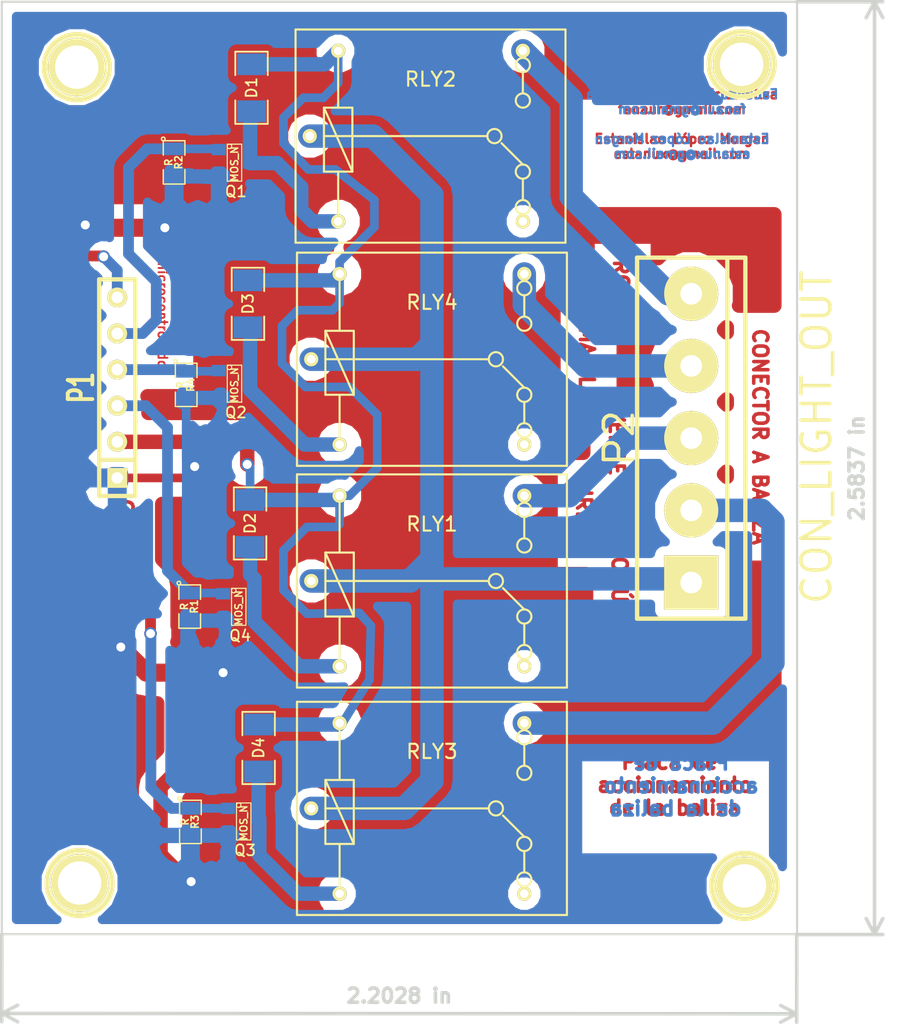
<source format=kicad_pcb>
(kicad_pcb (version 3) (host pcbnew "(2013-mar-13)-testing")

  (general
    (links 40)
    (no_connects 0)
    (area 26.45 22.324999 94.008334 95.57557)
    (thickness 1.6)
    (drawings 26)
    (tracks 185)
    (zones 0)
    (modules 22)
    (nets 20)
  )

  (page A3)
  (layers
    (15 F.Cu signal)
    (0 B.Cu signal)
    (16 B.Adhes user)
    (17 F.Adhes user)
    (18 B.Paste user)
    (19 F.Paste user)
    (20 B.SilkS user)
    (21 F.SilkS user)
    (22 B.Mask user)
    (23 F.Mask user)
    (24 Dwgs.User user)
    (25 Cmts.User user)
    (26 Eco1.User user)
    (27 Eco2.User user)
    (28 Edge.Cuts user)
  )

  (setup
    (last_trace_width 0.254)
    (user_trace_width 0.3048)
    (user_trace_width 0.4572)
    (user_trace_width 0.6096)
    (user_trace_width 0.762)
    (user_trace_width 1.016)
    (user_trace_width 1.27)
    (user_trace_width 1.651)
    (trace_clearance 0.254)
    (zone_clearance 1.016)
    (zone_45_only yes)
    (trace_min 0.254)
    (segment_width 0.2)
    (edge_width 0.15)
    (via_size 0.889)
    (via_drill 0.635)
    (via_min_size 0.889)
    (via_min_drill 0.508)
    (uvia_size 0.508)
    (uvia_drill 0.127)
    (uvias_allowed no)
    (uvia_min_size 0.508)
    (uvia_min_drill 0.127)
    (pcb_text_width 0.3)
    (pcb_text_size 1 1)
    (mod_edge_width 0.15)
    (mod_text_size 1 1)
    (mod_text_width 0.15)
    (pad_size 1.397 1.397)
    (pad_drill 0.8128)
    (pad_to_mask_clearance 0)
    (aux_axis_origin 0 0)
    (visible_elements 7FFFFFFF)
    (pcbplotparams
      (layerselection 32769)
      (usegerberextensions false)
      (excludeedgelayer true)
      (linewidth 0.150000)
      (plotframeref false)
      (viasonmask false)
      (mode 1)
      (useauxorigin false)
      (hpglpennumber 1)
      (hpglpenspeed 20)
      (hpglpendiameter 15)
      (hpglpenoverlay 2)
      (psnegative true)
      (psa4output false)
      (plotreference true)
      (plotvalue true)
      (plotothertext true)
      (plotinvisibletext false)
      (padsonsilk false)
      (subtractmaskfromsilk false)
      (outputformat 2)
      (mirror false)
      (drillshape 0)
      (scaleselection 1)
      (outputdirectory GERBER/))
  )

  (net 0 "")
  (net 1 +5V)
  (net 2 /COMMON)
  (net 3 /GREEN_LIGHT_IN)
  (net 4 /GREEN_LIGHT_OUT)
  (net 5 /RED_LIGHT_IN)
  (net 6 /RED_LIGHT_OUT)
  (net 7 /SIREN_IN)
  (net 8 /SIREN_OUT)
  (net 9 /YELLOW_LIGHT_IN)
  (net 10 /YELLOW_LIGHT_OUT)
  (net 11 GND)
  (net 12 N-000001)
  (net 13 N-0000012)
  (net 14 N-0000017)
  (net 15 N-0000018)
  (net 16 N-0000019)
  (net 17 N-000002)
  (net 18 N-0000021)
  (net 19 N-000005)

  (net_class Default "This is the default net class."
    (clearance 0.254)
    (trace_width 0.254)
    (via_dia 0.889)
    (via_drill 0.635)
    (uvia_dia 0.508)
    (uvia_drill 0.127)
    (add_net "")
    (add_net +5V)
    (add_net /COMMON)
    (add_net /GREEN_LIGHT_IN)
    (add_net /GREEN_LIGHT_OUT)
    (add_net /RED_LIGHT_IN)
    (add_net /RED_LIGHT_OUT)
    (add_net /SIREN_IN)
    (add_net /SIREN_OUT)
    (add_net /YELLOW_LIGHT_IN)
    (add_net /YELLOW_LIGHT_OUT)
    (add_net GND)
    (add_net N-000001)
    (add_net N-0000012)
    (add_net N-0000017)
    (add_net N-0000018)
    (add_net N-0000019)
    (add_net N-000002)
    (add_net N-0000021)
    (add_net N-000005)
  )

  (module relay_JQC-3F-1C (layer F.Cu) (tedit 519D7CA6) (tstamp 519D811A)
    (at 57.4 79.15)
    (path /519CDA5F)
    (fp_text reference RLY3 (at 0 -4) (layer F.SilkS)
      (effects (font (size 1 1) (thickness 0.15)))
    )
    (fp_text value RELAY_T9AS5X1 (at 0 -2.5) (layer F.SilkS) hide
      (effects (font (size 1 1) (thickness 0.15)))
    )
    (fp_line (start 5 0.5) (end 6.5 2) (layer F.SilkS) (width 0.15))
    (fp_line (start 6.5 3) (end 6.5 4.5) (layer F.SilkS) (width 0.15))
    (fp_line (start 6.5 -4.5) (end 6.5 -3) (layer F.SilkS) (width 0.15))
    (fp_circle (center 6.5 -2.5) (end 6.5 -3) (layer F.SilkS) (width 0.15))
    (fp_circle (center 6.5 2.5) (end 6.5 2) (layer F.SilkS) (width 0.15))
    (fp_circle (center 6.5 -5) (end 6.5 -4.5) (layer F.SilkS) (width 0.15))
    (fp_circle (center 4.5 0) (end 5 0) (layer F.SilkS) (width 0.15))
    (fp_circle (center 6.5 5) (end 6.5 4.5) (layer F.SilkS) (width 0.15))
    (fp_line (start -7.5 0) (end 4 0) (layer F.SilkS) (width 0.15))
    (fp_line (start -6.5 2.5) (end -6.5 5.5) (layer F.SilkS) (width 0.15))
    (fp_line (start -6.5 -2) (end -6.5 -5.5) (layer F.SilkS) (width 0.15))
    (fp_line (start -7.5 -2) (end -5.5 2.5) (layer F.SilkS) (width 0.15))
    (fp_line (start -7.5 0) (end -7.5 -2) (layer F.SilkS) (width 0.15))
    (fp_line (start -7.5 -2) (end -5.5 -2) (layer F.SilkS) (width 0.15))
    (fp_line (start -5.5 -2) (end -5.5 2.5) (layer F.SilkS) (width 0.15))
    (fp_line (start -5.5 2.5) (end -7.5 2.5) (layer F.SilkS) (width 0.15))
    (fp_line (start -7.5 2.5) (end -7.5 0) (layer F.SilkS) (width 0.15))
    (fp_line (start 9.5 7.5) (end -9.5 7.5) (layer F.SilkS) (width 0.15))
    (fp_line (start -9.5 7.5) (end -9.5 -7.5) (layer F.SilkS) (width 0.15))
    (fp_line (start -9.5 -7.5) (end 9.5 -7.5) (layer F.SilkS) (width 0.15))
    (fp_line (start 9.5 -7.5) (end 9.5 7.5) (layer F.SilkS) (width 0.15))
    (pad 1 thru_hole circle (at -6.5 6) (size 1 1) (drill 0.6)
      (layers *.Cu *.Mask F.SilkS)
      (net 12 N-000001)
    )
    (pad 2 thru_hole circle (at -6.5 -6) (size 1 1) (drill 0.6)
      (layers *.Cu *.Mask F.SilkS)
      (net 1 +5V)
    )
    (pad 3 thru_hole circle (at -8.5 0) (size 1 1) (drill 0.6)
      (layers *.Cu *.Mask F.SilkS)
      (net 2 /COMMON)
    )
    (pad 4 thru_hole circle (at 6.5 -6) (size 1 1) (drill 0.6)
      (layers *.Cu *.Mask F.SilkS)
      (net 8 /SIREN_OUT)
    )
    (pad 5 thru_hole circle (at 6.5 6) (size 1 1) (drill 0.6)
      (layers *.Cu *.Mask F.SilkS)
      (net 16 N-0000019)
    )
  )

  (module SM1206 (layer F.Cu) (tedit 519ED669) (tstamp 519D7E8F)
    (at 44.7 28.45 90)
    (path /519CD5FE)
    (attr smd)
    (fp_text reference D1 (at 0 0 90) (layer F.SilkS)
      (effects (font (size 0.762 0.762) (thickness 0.127)))
    )
    (fp_text value DIODE (at 0 0 90) (layer F.SilkS) hide
      (effects (font (size 0.762 0.762) (thickness 0.127)))
    )
    (fp_line (start -2.54 -1.143) (end -2.54 1.143) (layer F.SilkS) (width 0.127))
    (fp_line (start -2.54 1.143) (end -0.889 1.143) (layer F.SilkS) (width 0.127))
    (fp_line (start 0.889 -1.143) (end 2.54 -1.143) (layer F.SilkS) (width 0.127))
    (fp_line (start 2.54 -1.143) (end 2.54 1.143) (layer F.SilkS) (width 0.127))
    (fp_line (start 2.54 1.143) (end 0.889 1.143) (layer F.SilkS) (width 0.127))
    (fp_line (start -0.889 -1.143) (end -2.54 -1.143) (layer F.SilkS) (width 0.127))
    (pad 1 smd rect (at -1.651 0 90) (size 1.524 2.032)
      (layers B.Cu F.Paste F.Mask)
      (net 13 N-0000012)
    )
    (pad 2 smd rect (at 1.651 0 90) (size 1.524 2.032)
      (layers B.Cu F.Paste F.Mask)
      (net 1 +5V)
    )
    (model smd/chip_cms.wrl
      (at (xyz 0 0 0))
      (scale (xyz 0.17 0.16 0.16))
      (rotate (xyz 0 0 0))
    )
  )

  (module SM1206 (layer F.Cu) (tedit 519ED6AD) (tstamp 519D7E9B)
    (at 44.6 59.1 90)
    (path /519CDB45)
    (attr smd)
    (fp_text reference D2 (at 0 0 90) (layer F.SilkS)
      (effects (font (size 0.762 0.762) (thickness 0.127)))
    )
    (fp_text value DIODE (at 0 0 90) (layer F.SilkS) hide
      (effects (font (size 0.762 0.762) (thickness 0.127)))
    )
    (fp_line (start -2.54 -1.143) (end -2.54 1.143) (layer F.SilkS) (width 0.127))
    (fp_line (start -2.54 1.143) (end -0.889 1.143) (layer F.SilkS) (width 0.127))
    (fp_line (start 0.889 -1.143) (end 2.54 -1.143) (layer F.SilkS) (width 0.127))
    (fp_line (start 2.54 -1.143) (end 2.54 1.143) (layer F.SilkS) (width 0.127))
    (fp_line (start 2.54 1.143) (end 0.889 1.143) (layer F.SilkS) (width 0.127))
    (fp_line (start -0.889 -1.143) (end -2.54 -1.143) (layer F.SilkS) (width 0.127))
    (pad 1 smd rect (at -1.651 0 90) (size 1.524 2.032)
      (layers B.Cu F.Paste F.Mask)
      (net 19 N-000005)
    )
    (pad 2 smd rect (at 1.651 0 90) (size 1.524 2.032)
      (layers B.Cu F.Paste F.Mask)
      (net 1 +5V)
    )
    (model smd/chip_cms.wrl
      (at (xyz 0 0 0))
      (scale (xyz 0.17 0.16 0.16))
      (rotate (xyz 0 0 0))
    )
  )

  (module SM1206 (layer F.Cu) (tedit 519ED68E) (tstamp 519D7EA7)
    (at 44.45 43.65 90)
    (path /519CDB54)
    (attr smd)
    (fp_text reference D3 (at 0 0 90) (layer F.SilkS)
      (effects (font (size 0.762 0.762) (thickness 0.127)))
    )
    (fp_text value DIODE (at 0 0 90) (layer F.SilkS) hide
      (effects (font (size 0.762 0.762) (thickness 0.127)))
    )
    (fp_line (start -2.54 -1.143) (end -2.54 1.143) (layer F.SilkS) (width 0.127))
    (fp_line (start -2.54 1.143) (end -0.889 1.143) (layer F.SilkS) (width 0.127))
    (fp_line (start 0.889 -1.143) (end 2.54 -1.143) (layer F.SilkS) (width 0.127))
    (fp_line (start 2.54 -1.143) (end 2.54 1.143) (layer F.SilkS) (width 0.127))
    (fp_line (start 2.54 1.143) (end 0.889 1.143) (layer F.SilkS) (width 0.127))
    (fp_line (start -0.889 -1.143) (end -2.54 -1.143) (layer F.SilkS) (width 0.127))
    (pad 1 smd rect (at -1.651 0 90) (size 1.524 2.032)
      (layers B.Cu F.Paste F.Mask)
      (net 17 N-000002)
    )
    (pad 2 smd rect (at 1.651 0 90) (size 1.524 2.032)
      (layers B.Cu F.Paste F.Mask)
      (net 1 +5V)
    )
    (model smd/chip_cms.wrl
      (at (xyz 0 0 0))
      (scale (xyz 0.17 0.16 0.16))
      (rotate (xyz 0 0 0))
    )
  )

  (module SM1206 (layer F.Cu) (tedit 519ED6D5) (tstamp 519D7EB3)
    (at 45.2 74.9 90)
    (path /519CDB63)
    (attr smd)
    (fp_text reference D4 (at 0 0 90) (layer F.SilkS)
      (effects (font (size 0.762 0.762) (thickness 0.127)))
    )
    (fp_text value DIODE (at 0 0 90) (layer F.SilkS) hide
      (effects (font (size 0.762 0.762) (thickness 0.127)))
    )
    (fp_line (start -2.54 -1.143) (end -2.54 1.143) (layer F.SilkS) (width 0.127))
    (fp_line (start -2.54 1.143) (end -0.889 1.143) (layer F.SilkS) (width 0.127))
    (fp_line (start 0.889 -1.143) (end 2.54 -1.143) (layer F.SilkS) (width 0.127))
    (fp_line (start 2.54 -1.143) (end 2.54 1.143) (layer F.SilkS) (width 0.127))
    (fp_line (start 2.54 1.143) (end 0.889 1.143) (layer F.SilkS) (width 0.127))
    (fp_line (start -0.889 -1.143) (end -2.54 -1.143) (layer F.SilkS) (width 0.127))
    (pad 1 smd rect (at -1.651 0 90) (size 1.524 2.032)
      (layers B.Cu F.Paste F.Mask)
      (net 12 N-000001)
    )
    (pad 2 smd rect (at 1.651 0 90) (size 1.524 2.032)
      (layers B.Cu F.Paste F.Mask)
      (net 1 +5V)
    )
    (model smd/chip_cms.wrl
      (at (xyz 0 0 0))
      (scale (xyz 0.17 0.16 0.16))
      (rotate (xyz 0 0 0))
    )
  )

  (module SIL-6 (layer F.Cu) (tedit 51B8A8CF) (tstamp 51A4DD9E)
    (at 35.25 49.55 90)
    (descr "Connecteur 6 pins")
    (tags "CONN DEV")
    (path /519CE0B5)
    (fp_text reference P1 (at 0 -2.54 90) (layer F.SilkS)
      (effects (font (size 1.72974 1.08712) (thickness 0.3048)))
    )
    (fp_text value CON_LIGHT_IN (at 0.05 -0.4 90) (layer F.SilkS) hide
      (effects (font (size 1.524 1.016) (thickness 0.254)))
    )
    (fp_line (start -7.62 1.27) (end -7.62 -1.27) (layer F.SilkS) (width 0.3048))
    (fp_line (start -7.62 -1.27) (end 7.62 -1.27) (layer F.SilkS) (width 0.3048))
    (fp_line (start 7.62 -1.27) (end 7.62 1.27) (layer F.SilkS) (width 0.3048))
    (fp_line (start 7.62 1.27) (end -7.62 1.27) (layer F.SilkS) (width 0.3048))
    (fp_line (start -5.08 1.27) (end -5.08 -1.27) (layer F.SilkS) (width 0.3048))
    (pad 1 thru_hole rect (at -6.35 0 90) (size 1.397 1.397) (drill 0.8128)
      (layers *.Cu *.Mask F.SilkS)
      (net 11 GND)
    )
    (pad 2 thru_hole circle (at -3.81 0 90) (size 1.397 1.397) (drill 0.8128)
      (layers *.Cu *.Mask F.SilkS)
      (net 1 +5V)
    )
    (pad 3 thru_hole circle (at -1.27 0 90) (size 1.397 1.397) (drill 0.8128)
      (layers *.Cu *.Mask F.SilkS)
      (net 3 /GREEN_LIGHT_IN)
    )
    (pad 4 thru_hole circle (at 1.27 0 90) (size 1.397 1.397) (drill 0.8128)
      (layers *.Cu *.Mask F.SilkS)
      (net 9 /YELLOW_LIGHT_IN)
    )
    (pad 5 thru_hole circle (at 3.81 0 90) (size 1.397 1.397) (drill 0.8128)
      (layers *.Cu *.Mask F.SilkS)
      (net 5 /RED_LIGHT_IN)
    )
    (pad 6 thru_hole circle (at 6.35 0 90) (size 1.397 1.397) (drill 0.8128)
      (layers *.Cu *.Mask F.SilkS)
      (net 7 /SIREN_IN)
    )
  )

  (module bornier5 (layer F.Cu) (tedit 51B622CF) (tstamp 519D7ED0)
    (at 75.65 53.1 90)
    (descr "Bornier d'alimentation 4 pins")
    (tags DEV)
    (path /519CE470)
    (fp_text reference P2 (at 0 -5.08 90) (layer F.SilkS)
      (effects (font (size 2.032 2.032) (thickness 0.254)))
    )
    (fp_text value CON_LIGHT_OUT (at 0.0648 8.8304 90) (layer F.SilkS)
      (effects (font (size 2.032 2.032) (thickness 0.254)))
    )
    (fp_line (start -12.7 3.81) (end 12.7 3.81) (layer F.SilkS) (width 0.3048))
    (fp_line (start -12.7 2.54) (end 12.7 2.54) (layer F.SilkS) (width 0.3048))
    (fp_line (start -12.7 -3.81) (end 12.7 -3.81) (layer F.SilkS) (width 0.3048))
    (fp_line (start 12.7 -3.81) (end 12.7 3.81) (layer F.SilkS) (width 0.3048))
    (fp_line (start -12.7 -3.81) (end -12.7 3.81) (layer F.SilkS) (width 0.3048))
    (pad 2 thru_hole circle (at -5.08 0 90) (size 3.81 3.81) (drill 1.524)
      (layers *.Cu *.Mask F.SilkS)
      (net 8 /SIREN_OUT)
    )
    (pad 3 thru_hole circle (at 0 0 90) (size 3.81 3.81) (drill 1.524)
      (layers *.Cu *.Mask F.SilkS)
      (net 4 /GREEN_LIGHT_OUT)
    )
    (pad 1 thru_hole rect (at -10.16 0 90) (size 3.81 3.81) (drill 1.524)
      (layers *.Cu *.Mask F.SilkS)
      (net 2 /COMMON)
    )
    (pad 4 thru_hole circle (at 5.08 0 90) (size 3.81 3.81) (drill 1.524)
      (layers *.Cu *.Mask F.SilkS)
      (net 10 /YELLOW_LIGHT_OUT)
    )
    (pad 5 thru_hole circle (at 10.16 0 90) (size 3.81 3.81) (drill 1.524)
      (layers *.Cu *.Mask F.SilkS)
      (net 6 /RED_LIGHT_OUT)
    )
    (model device/bornier_5.wrl
      (at (xyz 0 0 0))
      (scale (xyz 1 1 1))
      (rotate (xyz 0 0 0))
    )
  )

  (module SOT23 (layer F.Cu) (tedit 519ED67B) (tstamp 519D7EDC)
    (at 43.5 33.75 270)
    (tags SOT23)
    (path /519CD14C)
    (fp_text reference Q1 (at 1.99898 -0.09906 360) (layer F.SilkS)
      (effects (font (size 0.762 0.762) (thickness 0.11938)))
    )
    (fp_text value MOS_N (at 0.0635 0 270) (layer F.SilkS)
      (effects (font (size 0.50038 0.50038) (thickness 0.09906)))
    )
    (fp_circle (center -1.17602 0.35052) (end -1.30048 0.44958) (layer F.SilkS) (width 0.07874))
    (fp_line (start 1.27 -0.508) (end 1.27 0.508) (layer F.SilkS) (width 0.07874))
    (fp_line (start -1.3335 -0.508) (end -1.3335 0.508) (layer F.SilkS) (width 0.07874))
    (fp_line (start 1.27 0.508) (end -1.3335 0.508) (layer F.SilkS) (width 0.07874))
    (fp_line (start -1.3335 -0.508) (end 1.27 -0.508) (layer F.SilkS) (width 0.07874))
    (pad 3 smd rect (at 0 -1.09982 270) (size 0.8001 1.00076)
      (layers B.Cu F.Paste F.Mask)
      (net 13 N-0000012)
    )
    (pad 2 smd rect (at 0.9525 1.09982 270) (size 0.8001 1.00076)
      (layers B.Cu F.Paste F.Mask)
      (net 11 GND)
    )
    (pad 1 smd rect (at -0.9525 1.09982 270) (size 0.8001 1.00076)
      (layers B.Cu F.Paste F.Mask)
      (net 5 /RED_LIGHT_IN)
    )
    (model smd\SOT23_3.wrl
      (at (xyz 0 0 0))
      (scale (xyz 0.4 0.4 0.4))
      (rotate (xyz 0 0 180))
    )
  )

  (module SOT23 (layer F.Cu) (tedit 519ED69C) (tstamp 519D7EE8)
    (at 43.5 49.3 270)
    (tags SOT23)
    (path /519CD16A)
    (fp_text reference Q2 (at 1.99898 -0.09906 360) (layer F.SilkS)
      (effects (font (size 0.762 0.762) (thickness 0.11938)))
    )
    (fp_text value MOS_N (at 0.0635 0 270) (layer F.SilkS)
      (effects (font (size 0.50038 0.50038) (thickness 0.09906)))
    )
    (fp_circle (center -1.17602 0.35052) (end -1.30048 0.44958) (layer F.SilkS) (width 0.07874))
    (fp_line (start 1.27 -0.508) (end 1.27 0.508) (layer F.SilkS) (width 0.07874))
    (fp_line (start -1.3335 -0.508) (end -1.3335 0.508) (layer F.SilkS) (width 0.07874))
    (fp_line (start 1.27 0.508) (end -1.3335 0.508) (layer F.SilkS) (width 0.07874))
    (fp_line (start -1.3335 -0.508) (end 1.27 -0.508) (layer F.SilkS) (width 0.07874))
    (pad 3 smd rect (at 0 -1.09982 270) (size 0.8001 1.00076)
      (layers B.Cu F.Paste F.Mask)
      (net 17 N-000002)
    )
    (pad 2 smd rect (at 0.9525 1.09982 270) (size 0.8001 1.00076)
      (layers B.Cu F.Paste F.Mask)
      (net 11 GND)
    )
    (pad 1 smd rect (at -0.9525 1.09982 270) (size 0.8001 1.00076)
      (layers B.Cu F.Paste F.Mask)
      (net 9 /YELLOW_LIGHT_IN)
    )
    (model smd\SOT23_3.wrl
      (at (xyz 0 0 0))
      (scale (xyz 0.4 0.4 0.4))
      (rotate (xyz 0 0 180))
    )
  )

  (module SOT23 (layer F.Cu) (tedit 519ED6E2) (tstamp 519D7EF4)
    (at 44.15 80.1 270)
    (tags SOT23)
    (path /519CD179)
    (fp_text reference Q3 (at 1.99898 -0.09906 360) (layer F.SilkS)
      (effects (font (size 0.762 0.762) (thickness 0.11938)))
    )
    (fp_text value MOS_N (at 0.0635 0 270) (layer F.SilkS)
      (effects (font (size 0.50038 0.50038) (thickness 0.09906)))
    )
    (fp_circle (center -1.17602 0.35052) (end -1.30048 0.44958) (layer F.SilkS) (width 0.07874))
    (fp_line (start 1.27 -0.508) (end 1.27 0.508) (layer F.SilkS) (width 0.07874))
    (fp_line (start -1.3335 -0.508) (end -1.3335 0.508) (layer F.SilkS) (width 0.07874))
    (fp_line (start 1.27 0.508) (end -1.3335 0.508) (layer F.SilkS) (width 0.07874))
    (fp_line (start -1.3335 -0.508) (end 1.27 -0.508) (layer F.SilkS) (width 0.07874))
    (pad 3 smd rect (at 0 -1.09982 270) (size 0.8001 1.00076)
      (layers B.Cu F.Paste F.Mask)
      (net 12 N-000001)
    )
    (pad 2 smd rect (at 0.9525 1.09982 270) (size 0.8001 1.00076)
      (layers B.Cu F.Paste F.Mask)
      (net 11 GND)
    )
    (pad 1 smd rect (at -0.9525 1.09982 270) (size 0.8001 1.00076)
      (layers B.Cu F.Paste F.Mask)
      (net 7 /SIREN_IN)
    )
    (model smd\SOT23_3.wrl
      (at (xyz 0 0 0))
      (scale (xyz 0.4 0.4 0.4))
      (rotate (xyz 0 0 180))
    )
  )

  (module SOT23 (layer F.Cu) (tedit 519ED6BC) (tstamp 519D7F00)
    (at 43.8 65 270)
    (tags SOT23)
    (path /519CD188)
    (fp_text reference Q4 (at 1.99898 -0.09906 360) (layer F.SilkS)
      (effects (font (size 0.762 0.762) (thickness 0.11938)))
    )
    (fp_text value MOS_N (at 0.05 0 270) (layer F.SilkS)
      (effects (font (size 0.50038 0.50038) (thickness 0.09906)))
    )
    (fp_circle (center -1.17602 0.35052) (end -1.30048 0.44958) (layer F.SilkS) (width 0.07874))
    (fp_line (start 1.27 -0.508) (end 1.27 0.508) (layer F.SilkS) (width 0.07874))
    (fp_line (start -1.3335 -0.508) (end -1.3335 0.508) (layer F.SilkS) (width 0.07874))
    (fp_line (start 1.27 0.508) (end -1.3335 0.508) (layer F.SilkS) (width 0.07874))
    (fp_line (start -1.3335 -0.508) (end 1.27 -0.508) (layer F.SilkS) (width 0.07874))
    (pad 3 smd rect (at 0 -1.09982 270) (size 0.8001 1.00076)
      (layers B.Cu F.Paste F.Mask)
      (net 19 N-000005)
    )
    (pad 2 smd rect (at 0.9525 1.09982 270) (size 0.8001 1.00076)
      (layers B.Cu F.Paste F.Mask)
      (net 11 GND)
    )
    (pad 1 smd rect (at -0.9525 1.09982 270) (size 0.8001 1.00076)
      (layers B.Cu F.Paste F.Mask)
      (net 3 /GREEN_LIGHT_IN)
    )
    (model smd\SOT23_3.wrl
      (at (xyz 0 0 0))
      (scale (xyz 0.4 0.4 0.4))
      (rotate (xyz 0 0 180))
    )
  )

  (module SM0805 (layer F.Cu) (tedit 519ED6C5) (tstamp 519D7F0D)
    (at 40.35 64.95 270)
    (path /519CD556)
    (attr smd)
    (fp_text reference R1 (at 0 -0.3175 270) (layer F.SilkS)
      (effects (font (size 0.50038 0.50038) (thickness 0.10922)))
    )
    (fp_text value R (at 0 0.381 270) (layer F.SilkS)
      (effects (font (size 0.50038 0.50038) (thickness 0.10922)))
    )
    (fp_circle (center -1.651 0.762) (end -1.651 0.635) (layer F.SilkS) (width 0.09906))
    (fp_line (start -0.508 0.762) (end -1.524 0.762) (layer F.SilkS) (width 0.09906))
    (fp_line (start -1.524 0.762) (end -1.524 -0.762) (layer F.SilkS) (width 0.09906))
    (fp_line (start -1.524 -0.762) (end -0.508 -0.762) (layer F.SilkS) (width 0.09906))
    (fp_line (start 0.508 -0.762) (end 1.524 -0.762) (layer F.SilkS) (width 0.09906))
    (fp_line (start 1.524 -0.762) (end 1.524 0.762) (layer F.SilkS) (width 0.09906))
    (fp_line (start 1.524 0.762) (end 0.508 0.762) (layer F.SilkS) (width 0.09906))
    (pad 1 smd rect (at -0.9525 0 270) (size 0.889 1.397)
      (layers B.Cu F.Paste F.Mask)
      (net 3 /GREEN_LIGHT_IN)
    )
    (pad 2 smd rect (at 0.9525 0 270) (size 0.889 1.397)
      (layers B.Cu F.Paste F.Mask)
      (net 11 GND)
    )
    (model smd/chip_cms.wrl
      (at (xyz 0 0 0))
      (scale (xyz 0.1 0.1 0.1))
      (rotate (xyz 0 0 0))
    )
  )

  (module SM0805 (layer F.Cu) (tedit 519ED685) (tstamp 519D7F1A)
    (at 39.25 33.7 270)
    (path /519CD529)
    (attr smd)
    (fp_text reference R2 (at 0 -0.3175 270) (layer F.SilkS)
      (effects (font (size 0.50038 0.50038) (thickness 0.10922)))
    )
    (fp_text value R (at 0 0.381 270) (layer F.SilkS)
      (effects (font (size 0.50038 0.50038) (thickness 0.10922)))
    )
    (fp_circle (center -1.651 0.762) (end -1.651 0.635) (layer F.SilkS) (width 0.09906))
    (fp_line (start -0.508 0.762) (end -1.524 0.762) (layer F.SilkS) (width 0.09906))
    (fp_line (start -1.524 0.762) (end -1.524 -0.762) (layer F.SilkS) (width 0.09906))
    (fp_line (start -1.524 -0.762) (end -0.508 -0.762) (layer F.SilkS) (width 0.09906))
    (fp_line (start 0.508 -0.762) (end 1.524 -0.762) (layer F.SilkS) (width 0.09906))
    (fp_line (start 1.524 -0.762) (end 1.524 0.762) (layer F.SilkS) (width 0.09906))
    (fp_line (start 1.524 0.762) (end 0.508 0.762) (layer F.SilkS) (width 0.09906))
    (pad 1 smd rect (at -0.9525 0 270) (size 0.889 1.397)
      (layers B.Cu F.Paste F.Mask)
      (net 5 /RED_LIGHT_IN)
    )
    (pad 2 smd rect (at 0.9525 0 270) (size 0.889 1.397)
      (layers B.Cu F.Paste F.Mask)
      (net 11 GND)
    )
    (model smd/chip_cms.wrl
      (at (xyz 0 0 0))
      (scale (xyz 0.1 0.1 0.1))
      (rotate (xyz 0 0 0))
    )
  )

  (module SM0805 (layer F.Cu) (tedit 519ED6EA) (tstamp 519D7F27)
    (at 40.4 80.1 270)
    (path /519CD547)
    (attr smd)
    (fp_text reference R3 (at 0 -0.3175 270) (layer F.SilkS)
      (effects (font (size 0.50038 0.50038) (thickness 0.10922)))
    )
    (fp_text value R (at 0 0.381 270) (layer F.SilkS)
      (effects (font (size 0.50038 0.50038) (thickness 0.10922)))
    )
    (fp_circle (center -1.651 0.762) (end -1.651 0.635) (layer F.SilkS) (width 0.09906))
    (fp_line (start -0.508 0.762) (end -1.524 0.762) (layer F.SilkS) (width 0.09906))
    (fp_line (start -1.524 0.762) (end -1.524 -0.762) (layer F.SilkS) (width 0.09906))
    (fp_line (start -1.524 -0.762) (end -0.508 -0.762) (layer F.SilkS) (width 0.09906))
    (fp_line (start 0.508 -0.762) (end 1.524 -0.762) (layer F.SilkS) (width 0.09906))
    (fp_line (start 1.524 -0.762) (end 1.524 0.762) (layer F.SilkS) (width 0.09906))
    (fp_line (start 1.524 0.762) (end 0.508 0.762) (layer F.SilkS) (width 0.09906))
    (pad 1 smd rect (at -0.9525 0 270) (size 0.889 1.397)
      (layers B.Cu F.Paste F.Mask)
      (net 7 /SIREN_IN)
    )
    (pad 2 smd rect (at 0.9525 0 270) (size 0.889 1.397)
      (layers B.Cu F.Paste F.Mask)
      (net 11 GND)
    )
    (model smd/chip_cms.wrl
      (at (xyz 0 0 0))
      (scale (xyz 0.1 0.1 0.1))
      (rotate (xyz 0 0 0))
    )
  )

  (module SM0805 (layer F.Cu) (tedit 519ED6A4) (tstamp 519D7F34)
    (at 40.1 49.35 270)
    (path /519CD538)
    (attr smd)
    (fp_text reference R4 (at 0 -0.3175 270) (layer F.SilkS)
      (effects (font (size 0.50038 0.50038) (thickness 0.10922)))
    )
    (fp_text value R (at 0 0.381 270) (layer F.SilkS)
      (effects (font (size 0.50038 0.50038) (thickness 0.10922)))
    )
    (fp_circle (center -1.651 0.762) (end -1.651 0.635) (layer F.SilkS) (width 0.09906))
    (fp_line (start -0.508 0.762) (end -1.524 0.762) (layer F.SilkS) (width 0.09906))
    (fp_line (start -1.524 0.762) (end -1.524 -0.762) (layer F.SilkS) (width 0.09906))
    (fp_line (start -1.524 -0.762) (end -0.508 -0.762) (layer F.SilkS) (width 0.09906))
    (fp_line (start 0.508 -0.762) (end 1.524 -0.762) (layer F.SilkS) (width 0.09906))
    (fp_line (start 1.524 -0.762) (end 1.524 0.762) (layer F.SilkS) (width 0.09906))
    (fp_line (start 1.524 0.762) (end 0.508 0.762) (layer F.SilkS) (width 0.09906))
    (pad 1 smd rect (at -0.9525 0 270) (size 0.889 1.397)
      (layers B.Cu F.Paste F.Mask)
      (net 9 /YELLOW_LIGHT_IN)
    )
    (pad 2 smd rect (at 0.9525 0 270) (size 0.889 1.397)
      (layers B.Cu F.Paste F.Mask)
      (net 11 GND)
    )
    (model smd/chip_cms.wrl
      (at (xyz 0 0 0))
      (scale (xyz 0.1 0.1 0.1))
      (rotate (xyz 0 0 0))
    )
  )

  (module relay_JQC-3F-1C (layer F.Cu) (tedit 519E8994) (tstamp 519D80DE)
    (at 57.4 63.15)
    (path /519CDA6E)
    (fp_text reference RLY1 (at 0 -4) (layer F.SilkS)
      (effects (font (size 1 1) (thickness 0.15)))
    )
    (fp_text value RELAY_T9AS5X1 (at 0 -2.5) (layer F.SilkS) hide
      (effects (font (size 1 1) (thickness 0.15)))
    )
    (fp_line (start 5 0.5) (end 6.5 2) (layer F.SilkS) (width 0.15))
    (fp_line (start 6.5 3) (end 6.5 4.5) (layer F.SilkS) (width 0.15))
    (fp_line (start 6.5 -4.5) (end 6.5 -3) (layer F.SilkS) (width 0.15))
    (fp_circle (center 6.5 -2.5) (end 6.5 -3) (layer F.SilkS) (width 0.15))
    (fp_circle (center 6.5 2.5) (end 6.5 2) (layer F.SilkS) (width 0.15))
    (fp_circle (center 6.5 -5) (end 6.5 -4.5) (layer F.SilkS) (width 0.15))
    (fp_circle (center 4.5 0) (end 5 0) (layer F.SilkS) (width 0.15))
    (fp_circle (center 6.5 5) (end 6.5 4.5) (layer F.SilkS) (width 0.15))
    (fp_line (start -7.5 0) (end 4 0) (layer F.SilkS) (width 0.15))
    (fp_line (start -6.5 2.5) (end -6.5 5.5) (layer F.SilkS) (width 0.15))
    (fp_line (start -6.5 -2) (end -6.5 -5.5) (layer F.SilkS) (width 0.15))
    (fp_line (start -7.5 -2) (end -5.5 2.5) (layer F.SilkS) (width 0.15))
    (fp_line (start -7.5 0) (end -7.5 -2) (layer F.SilkS) (width 0.15))
    (fp_line (start -7.5 -2) (end -5.5 -2) (layer F.SilkS) (width 0.15))
    (fp_line (start -5.5 -2) (end -5.5 2.5) (layer F.SilkS) (width 0.15))
    (fp_line (start -5.5 2.5) (end -7.5 2.5) (layer F.SilkS) (width 0.15))
    (fp_line (start -7.5 2.5) (end -7.5 0) (layer F.SilkS) (width 0.15))
    (fp_line (start 9.5 7.5) (end -9.5 7.5) (layer F.SilkS) (width 0.15))
    (fp_line (start -9.5 7.5) (end -9.5 -7.5) (layer F.SilkS) (width 0.15))
    (fp_line (start -9.5 -7.5) (end 9.5 -7.5) (layer F.SilkS) (width 0.15))
    (fp_line (start 9.5 -7.5) (end 9.5 7.5) (layer F.SilkS) (width 0.15))
    (pad 1 thru_hole circle (at -6.5 6) (size 1 1) (drill 0.6)
      (layers *.Cu *.Mask F.SilkS)
      (net 19 N-000005)
    )
    (pad 2 thru_hole circle (at -6.5 -6) (size 1 1) (drill 0.6)
      (layers *.Cu *.Mask F.SilkS)
      (net 1 +5V)
    )
    (pad 3 thru_hole circle (at -8.5 0) (size 1 1) (drill 0.6)
      (layers *.Cu *.Mask F.SilkS)
      (net 2 /COMMON)
    )
    (pad 4 thru_hole circle (at 6.5 -6) (size 1 1) (drill 0.6)
      (layers *.Cu *.Mask F.SilkS)
      (net 4 /GREEN_LIGHT_OUT)
    )
    (pad 5 thru_hole circle (at 6.5 6) (size 1 1) (drill 0.6)
      (layers *.Cu *.Mask F.SilkS)
      (net 18 N-0000021)
    )
  )

  (module relay_JQC-3F-1C (layer F.Cu) (tedit 519E896E) (tstamp 519D80FC)
    (at 57.3 31.85)
    (path /519CDA41)
    (fp_text reference RLY2 (at 0 -4) (layer F.SilkS)
      (effects (font (size 1 1) (thickness 0.15)))
    )
    (fp_text value RELAY_T9AS5X1 (at 0 -2.5) (layer F.SilkS) hide
      (effects (font (size 1 1) (thickness 0.15)))
    )
    (fp_line (start 5 0.5) (end 6.5 2) (layer F.SilkS) (width 0.15))
    (fp_line (start 6.5 3) (end 6.5 4.5) (layer F.SilkS) (width 0.15))
    (fp_line (start 6.5 -4.5) (end 6.5 -3) (layer F.SilkS) (width 0.15))
    (fp_circle (center 6.5 -2.5) (end 6.5 -3) (layer F.SilkS) (width 0.15))
    (fp_circle (center 6.5 2.5) (end 6.5 2) (layer F.SilkS) (width 0.15))
    (fp_circle (center 6.5 -5) (end 6.5 -4.5) (layer F.SilkS) (width 0.15))
    (fp_circle (center 4.5 0) (end 5 0) (layer F.SilkS) (width 0.15))
    (fp_circle (center 6.5 5) (end 6.5 4.5) (layer F.SilkS) (width 0.15))
    (fp_line (start -7.5 0) (end 4 0) (layer F.SilkS) (width 0.15))
    (fp_line (start -6.5 2.5) (end -6.5 5.5) (layer F.SilkS) (width 0.15))
    (fp_line (start -6.5 -2) (end -6.5 -5.5) (layer F.SilkS) (width 0.15))
    (fp_line (start -7.5 -2) (end -5.5 2.5) (layer F.SilkS) (width 0.15))
    (fp_line (start -7.5 0) (end -7.5 -2) (layer F.SilkS) (width 0.15))
    (fp_line (start -7.5 -2) (end -5.5 -2) (layer F.SilkS) (width 0.15))
    (fp_line (start -5.5 -2) (end -5.5 2.5) (layer F.SilkS) (width 0.15))
    (fp_line (start -5.5 2.5) (end -7.5 2.5) (layer F.SilkS) (width 0.15))
    (fp_line (start -7.5 2.5) (end -7.5 0) (layer F.SilkS) (width 0.15))
    (fp_line (start 9.5 7.5) (end -9.5 7.5) (layer F.SilkS) (width 0.15))
    (fp_line (start -9.5 7.5) (end -9.5 -7.5) (layer F.SilkS) (width 0.15))
    (fp_line (start -9.5 -7.5) (end 9.5 -7.5) (layer F.SilkS) (width 0.15))
    (fp_line (start 9.5 -7.5) (end 9.5 7.5) (layer F.SilkS) (width 0.15))
    (pad 1 thru_hole circle (at -6.5 6) (size 1 1) (drill 0.6)
      (layers *.Cu *.Mask F.SilkS)
      (net 13 N-0000012)
    )
    (pad 2 thru_hole circle (at -6.5 -6) (size 1 1) (drill 0.6)
      (layers *.Cu *.Mask F.SilkS)
      (net 1 +5V)
    )
    (pad 3 thru_hole circle (at -8.5 0) (size 1 1) (drill 0.6)
      (layers *.Cu *.Mask F.SilkS)
      (net 2 /COMMON)
    )
    (pad 4 thru_hole circle (at 6.5 -6) (size 1 1) (drill 0.6)
      (layers *.Cu *.Mask F.SilkS)
      (net 6 /RED_LIGHT_OUT)
    )
    (pad 5 thru_hole circle (at 6.5 6) (size 1 1) (drill 0.6)
      (layers *.Cu *.Mask F.SilkS)
      (net 14 N-0000017)
    )
  )

  (module relay_JQC-3F-1C (layer F.Cu) (tedit 519E8980) (tstamp 519D8138)
    (at 57.4 47.55)
    (path /519CDA50)
    (fp_text reference RLY4 (at 0 -4) (layer F.SilkS)
      (effects (font (size 1 1) (thickness 0.15)))
    )
    (fp_text value RELAY_T9AS5X1 (at 0 -2.5) (layer F.SilkS) hide
      (effects (font (size 1 1) (thickness 0.15)))
    )
    (fp_line (start 5 0.5) (end 6.5 2) (layer F.SilkS) (width 0.15))
    (fp_line (start 6.5 3) (end 6.5 4.5) (layer F.SilkS) (width 0.15))
    (fp_line (start 6.5 -4.5) (end 6.5 -3) (layer F.SilkS) (width 0.15))
    (fp_circle (center 6.5 -2.5) (end 6.5 -3) (layer F.SilkS) (width 0.15))
    (fp_circle (center 6.5 2.5) (end 6.5 2) (layer F.SilkS) (width 0.15))
    (fp_circle (center 6.5 -5) (end 6.5 -4.5) (layer F.SilkS) (width 0.15))
    (fp_circle (center 4.5 0) (end 5 0) (layer F.SilkS) (width 0.15))
    (fp_circle (center 6.5 5) (end 6.5 4.5) (layer F.SilkS) (width 0.15))
    (fp_line (start -7.5 0) (end 4 0) (layer F.SilkS) (width 0.15))
    (fp_line (start -6.5 2.5) (end -6.5 5.5) (layer F.SilkS) (width 0.15))
    (fp_line (start -6.5 -2) (end -6.5 -5.5) (layer F.SilkS) (width 0.15))
    (fp_line (start -7.5 -2) (end -5.5 2.5) (layer F.SilkS) (width 0.15))
    (fp_line (start -7.5 0) (end -7.5 -2) (layer F.SilkS) (width 0.15))
    (fp_line (start -7.5 -2) (end -5.5 -2) (layer F.SilkS) (width 0.15))
    (fp_line (start -5.5 -2) (end -5.5 2.5) (layer F.SilkS) (width 0.15))
    (fp_line (start -5.5 2.5) (end -7.5 2.5) (layer F.SilkS) (width 0.15))
    (fp_line (start -7.5 2.5) (end -7.5 0) (layer F.SilkS) (width 0.15))
    (fp_line (start 9.5 7.5) (end -9.5 7.5) (layer F.SilkS) (width 0.15))
    (fp_line (start -9.5 7.5) (end -9.5 -7.5) (layer F.SilkS) (width 0.15))
    (fp_line (start -9.5 -7.5) (end 9.5 -7.5) (layer F.SilkS) (width 0.15))
    (fp_line (start 9.5 -7.5) (end 9.5 7.5) (layer F.SilkS) (width 0.15))
    (pad 1 thru_hole circle (at -6.5 6) (size 1 1) (drill 0.6)
      (layers *.Cu *.Mask F.SilkS)
      (net 17 N-000002)
    )
    (pad 2 thru_hole circle (at -6.5 -6) (size 1 1) (drill 0.6)
      (layers *.Cu *.Mask F.SilkS)
      (net 1 +5V)
    )
    (pad 3 thru_hole circle (at -8.5 0) (size 1 1) (drill 0.6)
      (layers *.Cu *.Mask F.SilkS)
      (net 2 /COMMON)
    )
    (pad 4 thru_hole circle (at 6.5 -6) (size 1 1) (drill 0.6)
      (layers *.Cu *.Mask F.SilkS)
      (net 10 /YELLOW_LIGHT_OUT)
    )
    (pad 5 thru_hole circle (at 6.5 6) (size 1 1) (drill 0.6)
      (layers *.Cu *.Mask F.SilkS)
      (net 15 N-0000018)
    )
  )

  (module 1pin (layer F.Cu) (tedit 51AA33FD) (tstamp 51AA9298)
    (at 79.2 26.8)
    (descr "module 1 pin (ou trou mecanique de percage)")
    (tags DEV)
    (path 1pin)
    (fp_text reference "" (at 0 -3.048) (layer F.SilkS)
      (effects (font (size 1.016 1.016) (thickness 0.254)))
    )
    (fp_text value "" (at 0 2.794) (layer F.SilkS) hide
      (effects (font (size 1.016 1.016) (thickness 0.254)))
    )
    (fp_circle (center 0 0) (end 0 -2.286) (layer F.SilkS) (width 0.381))
    (pad 1 thru_hole circle (at 0 0) (size 4.064 4.064) (drill 3.048)
      (layers *.Cu *.Mask F.SilkS)
    )
  )

  (module 1pin (layer F.Cu) (tedit 51AA33F3) (tstamp 51AA92AF)
    (at 79.4 84.6)
    (descr "module 1 pin (ou trou mecanique de percage)")
    (tags DEV)
    (path 1pin)
    (fp_text reference "" (at 0 -3.048) (layer F.SilkS)
      (effects (font (size 1.016 1.016) (thickness 0.254)))
    )
    (fp_text value "" (at 0 2.794) (layer F.SilkS) hide
      (effects (font (size 1.016 1.016) (thickness 0.254)))
    )
    (fp_circle (center 0 0) (end 0 -2.286) (layer F.SilkS) (width 0.381))
    (pad 1 thru_hole circle (at 0 0) (size 4.064 4.064) (drill 3.048)
      (layers *.Cu *.Mask F.SilkS)
    )
  )

  (module 1pin (layer F.Cu) (tedit 51AA341C) (tstamp 51AA92DA)
    (at 32.6 84.4)
    (descr "module 1 pin (ou trou mecanique de percage)")
    (tags DEV)
    (path 1pin)
    (fp_text reference "" (at 0 -3.048) (layer F.SilkS)
      (effects (font (size 1.016 1.016) (thickness 0.254)))
    )
    (fp_text value "" (at 0 2.794) (layer F.SilkS) hide
      (effects (font (size 1.016 1.016) (thickness 0.254)))
    )
    (fp_circle (center 0 0) (end 0 -2.286) (layer F.SilkS) (width 0.381))
    (pad 1 thru_hole circle (at 0 0) (size 4.064 4.064) (drill 3.048)
      (layers *.Cu *.Mask F.SilkS)
    )
  )

  (module 1pin (layer F.Cu) (tedit 51AA3438) (tstamp 51AA9320)
    (at 32.4 27)
    (descr "module 1 pin (ou trou mecanique de percage)")
    (tags DEV)
    (path 1pin)
    (fp_text reference "" (at 0 -3.048) (layer F.SilkS)
      (effects (font (size 1.016 1.016) (thickness 0.254)))
    )
    (fp_text value "" (at 0 2.794) (layer F.SilkS) hide
      (effects (font (size 1.016 1.016) (thickness 0.254)))
    )
    (fp_circle (center 0 0) (end 0 -2.286) (layer F.SilkS) (width 0.381))
    (pad 1 thru_hole circle (at 0 0) (size 4.064 4.064) (drill 3.048)
      (layers *.Cu *.Mask F.SilkS)
    )
  )

  (dimension 65.625 (width 0.25) (layer Edge.Cuts)
    (gr_text "65,625 mm" (at 89.55 55.2125 90) (layer Edge.Cuts)
      (effects (font (size 1 1) (thickness 0.25)))
    )
    (feature1 (pts (xy 83.075 22.4) (xy 90.55 22.4)))
    (feature2 (pts (xy 83.075 88.025) (xy 90.55 88.025)))
    (crossbar (pts (xy 88.55 88.025) (xy 88.55 22.4)))
    (arrow1a (pts (xy 88.55 22.4) (xy 89.136421 23.526504)))
    (arrow1b (pts (xy 88.55 22.4) (xy 87.963579 23.526504)))
    (arrow2a (pts (xy 88.55 88.025) (xy 89.136421 86.898496)))
    (arrow2b (pts (xy 88.55 88.025) (xy 87.963579 86.898496)))
  )
  (dimension 55.950006 (width 0.25) (layer Edge.Cuts)
    (gr_text "55,950 mm" (at 55.097062 94.588069 359.9743987) (layer Edge.Cuts)
      (effects (font (size 1 1) (thickness 0.25)))
    )
    (feature1 (pts (xy 83.075 88.025) (xy 83.071615 95.600569)))
    (feature2 (pts (xy 27.125 88) (xy 27.121615 95.575569)))
    (crossbar (pts (xy 27.122509 93.575569) (xy 83.072509 93.600569)))
    (arrow1a (pts (xy 83.072509 93.600569) (xy 81.945743 94.186486)))
    (arrow1b (pts (xy 83.072509 93.600569) (xy 81.946267 93.013645)))
    (arrow2a (pts (xy 27.122509 93.575569) (xy 28.248751 94.162493)))
    (arrow2b (pts (xy 27.122509 93.575569) (xy 28.249275 92.989652)))
  )
  (gr_line (start 27.125 22.4) (end 27.125 45.125) (angle 90) (layer Edge.Cuts) (width 0.15))
  (gr_line (start 83.1 22.4) (end 27.125 22.4) (angle 90) (layer Edge.Cuts) (width 0.15))
  (gr_line (start 83.1 88) (end 83.1 22.4) (angle 90) (layer Edge.Cuts) (width 0.15))
  (gr_line (start 27.125 88) (end 83.1 88) (angle 90) (layer Edge.Cuts) (width 0.15))
  (gr_line (start 27.125 45.1) (end 27.125 88) (angle 90) (layer Edge.Cuts) (width 0.15))
  (gr_text "SIRENA\n" (at 68.1 58.4 270) (layer F.Cu)
    (effects (font (size 1 1) (thickness 0.25)))
  )
  (gr_text "CONECTOR A BALIZA" (at 80.5 53 270) (layer F.Cu)
    (effects (font (size 1 1) (thickness 0.25)))
  )
  (gr_text "conector al\nmicrocontrolador" (at 38.95 44.5 270) (layer F.Cu)
    (effects (font (size 0.635 0.635) (thickness 0.125)))
  )
  (gr_text rojo (at 28.85 45.425 270) (layer F.Cu)
    (effects (font (size 1 1) (thickness 0.25)))
  )
  (gr_text amarillo (at 30.45 49.1 270) (layer F.Cu)
    (effects (font (size 1 1) (thickness 0.25)))
  )
  (gr_text verde (at 28.575 51.7 270) (layer F.Cu)
    (effects (font (size 1 1) (thickness 0.25)))
  )
  (gr_text sirena (at 30.525 41.5 270) (layer F.Cu)
    (effects (font (size 1 1) (thickness 0.25)))
  )
  (gr_text +5V (at 30.225 54.375 270) (layer F.Cu)
    (effects (font (size 1 1) (thickness 0.25)))
  )
  (gr_text "GND\n" (at 35.814 58.9026 270) (layer F.Cu)
    (effects (font (size 1 1) (thickness 0.25)))
  )
  (gr_text "Facundo Nahuel Uriel Silva\nfanaur@gmail.com\n\nEstanislao López Morgan\nestanux@gmail.com\n" (at 75 31) (layer F.Cu)
    (effects (font (size 0.65 0.65) (thickness 0.1625)))
  )
  (gr_text "Placa de \naccionamiento\nde la baliza\n" (at 74.5 77.5) (layer F.Cu)
    (effects (font (size 1 1) (thickness 0.25)))
  )
  (gr_text "COMÚN\n" (at 70.6 63.1 270) (layer F.Cu)
    (effects (font (size 1 1) (thickness 0.25)))
  )
  (gr_text "VERDE\n" (at 70.4 53.4 270) (layer F.Cu)
    (effects (font (size 1 1) (thickness 0.25)))
  )
  (gr_text "AMARILLO\n" (at 68.3 47.9 270) (layer F.Cu)
    (effects (font (size 1 1) (thickness 0.25)))
  )
  (gr_text "ROJO\n" (at 70.7 42.5 270) (layer F.Cu)
    (effects (font (size 1 1) (thickness 0.25)))
  )
  (gr_text "Facundo Nahuel Uriel Silva\nfanaur@gmail.com\n\nEstanislao López Morgan\nestanux@gmail.com\n" (at 75 31) (layer B.Cu)
    (effects (font (size 0.65 0.65) (thickness 0.15875)) (justify mirror))
  )
  (gr_text "Placa de \naccionamiento \nde la baliza\n" (at 74.55 77.55) (layer B.Cu)
    (effects (font (size 1 1) (thickness 0.25)) (justify mirror))
  )
  (gr_line (start 83.1 23.4) (end 83.1 23.55) (angle 90) (layer Eco2.User) (width 0.2))
  (gr_line (start 83.1 88.1) (end 83.1 88.05) (angle 90) (layer Eco2.User) (width 0.2))

  (segment (start 35.25 53.36) (end 43.91 53.36) (width 1.016) (layer F.Cu) (net 1))
  (segment (start 43.91 53.36) (end 44.4 53.85) (width 1.016) (layer F.Cu) (net 1) (tstamp 51AE360E))
  (segment (start 44.4 53.85) (end 44.4 54.95) (width 1.016) (layer F.Cu) (net 1) (tstamp 51AE3610))
  (segment (start 44.7 26.799) (end 49.851 26.799) (width 1.016) (layer B.Cu) (net 1))
  (segment (start 49.851 26.799) (end 50.8 25.85) (width 1.016) (layer B.Cu) (net 1) (tstamp 51AE3593))
  (segment (start 44.45 41.999) (end 50.451 41.999) (width 1.016) (layer B.Cu) (net 1))
  (segment (start 50.451 41.999) (end 50.9 41.55) (width 1.016) (layer B.Cu) (net 1) (tstamp 51AE3587))
  (segment (start 44.6 57.449) (end 50.601 57.449) (width 1.016) (layer B.Cu) (net 1))
  (segment (start 50.601 57.449) (end 50.9 57.15) (width 1.016) (layer B.Cu) (net 1) (tstamp 51AE355D))
  (segment (start 45.2 73.249) (end 50.801 73.249) (width 1.016) (layer B.Cu) (net 1))
  (segment (start 50.801 73.249) (end 50.9 73.15) (width 1.016) (layer B.Cu) (net 1) (tstamp 51AE3557))
  (segment (start 50.9 57.15) (end 51.6 57.15) (width 0.6096) (layer B.Cu) (net 1))
  (segment (start 51.6 57.15) (end 53.55 55.2) (width 0.6096) (layer B.Cu) (net 1) (tstamp 519EE57C))
  (segment (start 53.55 55.2) (end 53.55 51.45) (width 0.6096) (layer B.Cu) (net 1) (tstamp 519EE57F))
  (segment (start 53.55 51.45) (end 51.6 49.5) (width 0.6096) (layer B.Cu) (net 1) (tstamp 519EE582))
  (segment (start 51.6 49.5) (end 48.5 49.5) (width 0.6096) (layer B.Cu) (net 1) (tstamp 519EE583))
  (segment (start 48.5 49.5) (end 46.85 47.85) (width 0.6096) (layer B.Cu) (net 1) (tstamp 519EE585))
  (segment (start 46.85 47.85) (end 46.85 45.2) (width 0.6096) (layer B.Cu) (net 1) (tstamp 519EE588))
  (segment (start 46.85 45.2) (end 47.95 44.1) (width 0.6096) (layer B.Cu) (net 1) (tstamp 519EE58B))
  (segment (start 47.95 44.1) (end 50.4 44.1) (width 0.6096) (layer B.Cu) (net 1) (tstamp 519EE58C))
  (segment (start 50.4 44.1) (end 50.9 43.6) (width 0.6096) (layer B.Cu) (net 1) (tstamp 519EE58E))
  (segment (start 50.9 43.6) (end 50.9 41.55) (width 0.6096) (layer B.Cu) (net 1) (tstamp 519EE591))
  (segment (start 50.9 41.55) (end 50.9 40.7) (width 0.6096) (layer B.Cu) (net 1))
  (segment (start 50.9 40.7) (end 53.35 38.25) (width 0.6096) (layer B.Cu) (net 1) (tstamp 519EE04F))
  (segment (start 53.35 38.25) (end 53.35 36.35) (width 0.6096) (layer B.Cu) (net 1) (tstamp 519EE051))
  (segment (start 53.35 36.35) (end 50.6 34.2) (width 0.6096) (layer B.Cu) (net 1) (tstamp 519EE053))
  (segment (start 50.6 34.2) (end 48.7 34.2) (width 0.6096) (layer B.Cu) (net 1) (tstamp 519EE054))
  (segment (start 48.7 34.2) (end 46.95 32.35) (width 0.6096) (layer B.Cu) (net 1) (tstamp 519EE055))
  (segment (start 46.95 32.35) (end 46.95 30.55) (width 0.6096) (layer B.Cu) (net 1) (tstamp 519EE058))
  (segment (start 46.95 30.55) (end 48.35 29.15) (width 0.6096) (layer B.Cu) (net 1) (tstamp 519EE05B))
  (segment (start 48.35 29.15) (end 49.75 29.15) (width 0.6096) (layer B.Cu) (net 1) (tstamp 519EE05C))
  (segment (start 49.75 29.15) (end 50.8 28.1) (width 0.6096) (layer B.Cu) (net 1) (tstamp 519EE05D))
  (segment (start 50.8 28.1) (end 50.8 25.85) (width 0.6096) (layer B.Cu) (net 1) (tstamp 519EE05E))
  (segment (start 50.9 73.15) (end 51.1 73.15) (width 0.6096) (layer B.Cu) (net 1))
  (segment (start 51.1 73.15) (end 53 70.1) (width 0.6096) (layer B.Cu) (net 1) (tstamp 519EDFF8))
  (segment (start 53 70.1) (end 53.1 66.3) (width 0.6096) (layer B.Cu) (net 1) (tstamp 519EDFF9))
  (segment (start 53.1 66.3) (end 52.3 65.4) (width 0.6096) (layer B.Cu) (net 1) (tstamp 519EDFFB))
  (segment (start 52.3 65.4) (end 48.6 65.45) (width 0.6096) (layer B.Cu) (net 1) (tstamp 519EDFFC))
  (segment (start 48.6 65.45) (end 46.95 63.8) (width 0.6096) (layer B.Cu) (net 1) (tstamp 519EDFFD))
  (segment (start 46.95 63.8) (end 46.95 61) (width 0.6096) (layer B.Cu) (net 1) (tstamp 519EDFFE))
  (segment (start 46.95 61) (end 48.6 59.35) (width 0.6096) (layer B.Cu) (net 1) (tstamp 519EE000))
  (segment (start 48.6 59.35) (end 50.7 59.35) (width 0.6096) (layer B.Cu) (net 1) (tstamp 519EE002))
  (segment (start 50.7 59.35) (end 50.9 59.15) (width 0.6096) (layer B.Cu) (net 1) (tstamp 519EE004))
  (segment (start 50.9 59.15) (end 50.9 57.15) (width 0.6096) (layer B.Cu) (net 1) (tstamp 519EE005))
  (segment (start 44.6 55.15) (end 44.6 57.449) (width 0.6096) (layer B.Cu) (net 1) (tstamp 519EDF4A))
  (segment (start 44.4 54.95) (end 44.6 55.15) (width 0.6096) (layer B.Cu) (net 1) (tstamp 519EDF49))
  (via (at 44.4 54.95) (size 0.889) (layers F.Cu B.Cu) (net 1))
  (segment (start 44.4 53.85) (end 44.4 53.9) (width 0.6096) (layer F.Cu) (net 1) (tstamp 519EDF47))
  (segment (start 44.4 53.9) (end 44.4 54.95) (width 0.6096) (layer F.Cu) (net 1) (tstamp 519EDFC9))
  (segment (start 43.91 53.36) (end 44.4 53.85) (width 0.6096) (layer F.Cu) (net 1) (tstamp 519EDF45))
  (segment (start 57.4 63) (end 75.39 63) (width 1.651) (layer B.Cu) (net 2))
  (segment (start 75.39 63) (end 75.65 63.26) (width 1.651) (layer B.Cu) (net 2) (tstamp 51AE33A8))
  (segment (start 48.9 63.15) (end 55.85 63.15) (width 1.651) (layer B.Cu) (net 2))
  (segment (start 55.85 63.15) (end 57.4 61.6) (width 1.651) (layer B.Cu) (net 2) (tstamp 51AE33A1))
  (segment (start 48.9 47.55) (end 56.35 47.55) (width 1.651) (layer B.Cu) (net 2))
  (segment (start 56.35 47.55) (end 57.4 46.5) (width 1.651) (layer B.Cu) (net 2) (tstamp 51AE339A))
  (segment (start 48.9 79.15) (end 55.45 79.15) (width 1.651) (layer B.Cu) (net 2))
  (segment (start 53.25 31.85) (end 48.8 31.85) (width 1.651) (layer B.Cu) (net 2) (tstamp 51AE3393))
  (segment (start 57.4 36) (end 53.25 31.85) (width 1.651) (layer B.Cu) (net 2) (tstamp 51AE3392))
  (segment (start 57.4 77.2) (end 57.4 63) (width 1.651) (layer B.Cu) (net 2) (tstamp 51AE338B))
  (segment (start 57.4 63) (end 57.4 61.6) (width 1.651) (layer B.Cu) (net 2) (tstamp 51AE33A6))
  (segment (start 57.4 61.6) (end 57.4 46.5) (width 1.651) (layer B.Cu) (net 2) (tstamp 51AE33A4))
  (segment (start 57.4 46.5) (end 57.4 36) (width 1.651) (layer B.Cu) (net 2) (tstamp 51AE339F))
  (segment (start 55.45 79.15) (end 57.4 77.2) (width 1.651) (layer B.Cu) (net 2) (tstamp 51AE337F))
  (segment (start 35.25 50.82) (end 37.2564 50.82) (width 0.762) (layer B.Cu) (net 3))
  (segment (start 38.7858 62.4333) (end 40.35 63.9975) (width 0.762) (layer B.Cu) (net 3) (tstamp 51B621C2))
  (segment (start 38.7858 52.3494) (end 38.7858 62.4333) (width 0.762) (layer B.Cu) (net 3) (tstamp 51B621B9))
  (segment (start 37.2564 50.82) (end 38.7858 52.3494) (width 0.762) (layer B.Cu) (net 3) (tstamp 51B621B4))
  (segment (start 40.35 63.9975) (end 42.65018 63.9975) (width 0.6096) (layer B.Cu) (net 3))
  (segment (start 42.65018 63.9975) (end 42.70018 64.0475) (width 0.6096) (layer B.Cu) (net 3) (tstamp 519EDCEB))
  (segment (start 63.9 57.15) (end 67.05 57.15) (width 1.651) (layer B.Cu) (net 4))
  (segment (start 71.1 53.1) (end 75.65 53.1) (width 1.651) (layer B.Cu) (net 4) (tstamp 51AE342B))
  (segment (start 67.05 57.15) (end 71.1 53.1) (width 1.651) (layer B.Cu) (net 4) (tstamp 51AE3429))
  (segment (start 35.25 45.74) (end 37.0386 45.74) (width 0.762) (layer B.Cu) (net 5))
  (segment (start 37.3565 32.7475) (end 39.25 32.7475) (width 0.762) (layer B.Cu) (net 5) (tstamp 51B621D9))
  (segment (start 36.0426 34.0614) (end 37.3565 32.7475) (width 0.762) (layer B.Cu) (net 5) (tstamp 51B621D7))
  (segment (start 36.0426 40.132) (end 36.0426 34.0614) (width 0.762) (layer B.Cu) (net 5) (tstamp 51B621D3))
  (segment (start 37.9984 42.0878) (end 36.0426 40.132) (width 0.762) (layer B.Cu) (net 5) (tstamp 51B621D2))
  (segment (start 37.9984 44.7802) (end 37.9984 42.0878) (width 0.762) (layer B.Cu) (net 5) (tstamp 51B621D0))
  (segment (start 37.0386 45.74) (end 37.9984 44.7802) (width 0.762) (layer B.Cu) (net 5) (tstamp 51B621CA))
  (segment (start 39.25 32.7475) (end 42.35018 32.7475) (width 0.6096) (layer B.Cu) (net 5))
  (segment (start 42.35018 32.7475) (end 42.40018 32.7975) (width 0.6096) (layer B.Cu) (net 5) (tstamp 519EDE31))
  (segment (start 75.65 42.94) (end 74.04 42.94) (width 1.651) (layer B.Cu) (net 6))
  (segment (start 67.2 29.25) (end 63.8 25.85) (width 1.651) (layer B.Cu) (net 6) (tstamp 51AE33D5))
  (segment (start 67.2 36.1) (end 67.2 29.25) (width 1.651) (layer B.Cu) (net 6) (tstamp 51AE33CE))
  (segment (start 74.04 42.94) (end 67.2 36.1) (width 1.651) (layer B.Cu) (net 6) (tstamp 51AE33CC))
  (segment (start 35.25 43.2) (end 35.25 41.2952) (width 0.762) (layer B.Cu) (net 7))
  (segment (start 39.0663 79.1475) (end 40.4 79.1475) (width 0.762) (layer B.Cu) (net 7) (tstamp 51B6220E))
  (segment (start 37.6174 77.6986) (end 39.0663 79.1475) (width 0.762) (layer B.Cu) (net 7) (tstamp 51B6220B))
  (segment (start 37.6174 66.8782) (end 37.6174 77.6986) (width 0.762) (layer B.Cu) (net 7) (tstamp 51B6220A))
  (segment (start 37.592 66.8528) (end 37.6174 66.8782) (width 0.762) (layer B.Cu) (net 7) (tstamp 51B62209))
  (via (at 37.592 66.8528) (size 0.889) (layers F.Cu B.Cu) (net 7))
  (segment (start 37.592 63.5) (end 37.592 66.8528) (width 0.762) (layer F.Cu) (net 7) (tstamp 51B62204))
  (segment (start 32.5882 58.4962) (end 37.592 63.5) (width 0.762) (layer F.Cu) (net 7) (tstamp 51B621F9))
  (segment (start 32.5882 40.5384) (end 32.5882 58.4962) (width 0.762) (layer F.Cu) (net 7) (tstamp 51B621F5))
  (segment (start 32.8422 40.2844) (end 32.5882 40.5384) (width 0.762) (layer F.Cu) (net 7) (tstamp 51B621F3))
  (segment (start 34.2392 40.2844) (end 32.8422 40.2844) (width 0.762) (layer F.Cu) (net 7) (tstamp 51B621F2))
  (segment (start 34.29 40.3352) (end 34.2392 40.2844) (width 0.762) (layer F.Cu) (net 7) (tstamp 51B621F1))
  (via (at 34.29 40.3352) (size 0.889) (layers F.Cu B.Cu) (net 7))
  (segment (start 35.25 41.2952) (end 34.29 40.3352) (width 0.762) (layer B.Cu) (net 7) (tstamp 51B621DE))
  (segment (start 40.4 79.1475) (end 43.05018 79.1475) (width 0.6096) (layer B.Cu) (net 7))
  (segment (start 63.9 73.15) (end 77.15 73.15) (width 1.651) (layer B.Cu) (net 8))
  (segment (start 80.58 58.18) (end 75.65 58.18) (width 1.651) (layer B.Cu) (net 8) (tstamp 51AE33C0))
  (segment (start 81.4 59) (end 80.58 58.18) (width 1.651) (layer B.Cu) (net 8) (tstamp 51AE33BF))
  (segment (start 81.4 68.9) (end 81.4 59) (width 1.651) (layer B.Cu) (net 8) (tstamp 51AE33BB))
  (segment (start 77.15 73.15) (end 81.4 68.9) (width 1.651) (layer B.Cu) (net 8) (tstamp 51AE33B7))
  (segment (start 35.25 48.28) (end 39.9825 48.28) (width 0.762) (layer B.Cu) (net 9))
  (segment (start 39.9825 48.28) (end 40.1 48.3975) (width 0.762) (layer B.Cu) (net 9) (tstamp 51B621A6))
  (segment (start 40.1 48.3975) (end 42.35018 48.3975) (width 0.6096) (layer B.Cu) (net 9))
  (segment (start 42.35018 48.3975) (end 42.40018 48.3475) (width 0.6096) (layer B.Cu) (net 9) (tstamp 519EDE37))
  (segment (start 63.9 41.55) (end 63.9 43.7) (width 1.651) (layer B.Cu) (net 10))
  (segment (start 68.22 48.02) (end 75.65 48.02) (width 1.651) (layer B.Cu) (net 10) (tstamp 51AE341C))
  (segment (start 63.9 43.7) (end 68.22 48.02) (width 1.651) (layer B.Cu) (net 10) (tstamp 51AE341A))
  (segment (start 40.45 84.3) (end 40.2 84.3) (width 1.016) (layer F.Cu) (net 11))
  (segment (start 40.2 84.3) (end 38.3 82.4) (width 1.016) (layer F.Cu) (net 11) (tstamp 51AE35E8))
  (segment (start 38.3 82.4) (end 38.3 77.65) (width 1.016) (layer F.Cu) (net 11) (tstamp 51AE35EA))
  (segment (start 38.3 77.65) (end 40.1 75.85) (width 1.016) (layer F.Cu) (net 11) (tstamp 51AE35EC))
  (segment (start 40.1 75.85) (end 40.1 69.6) (width 1.016) (layer F.Cu) (net 11) (tstamp 51AE35EF))
  (segment (start 40.4 81.0525) (end 40.4 84.25) (width 1.016) (layer B.Cu) (net 11))
  (segment (start 40.4 84.25) (end 40.45 84.3) (width 1.016) (layer B.Cu) (net 11) (tstamp 51AE35E3))
  (segment (start 35.25 55.9) (end 35.25 67.55) (width 1.27) (layer B.Cu) (net 11))
  (segment (start 37.3 69.6) (end 40.1 69.6) (width 1.27) (layer F.Cu) (net 11) (tstamp 51AE34DD))
  (segment (start 40.1 69.6) (end 42.7 69.6) (width 1.27) (layer F.Cu) (net 11) (tstamp 51AE35F3))
  (segment (start 35.5 67.8) (end 37.3 69.6) (width 1.27) (layer F.Cu) (net 11) (tstamp 51AE34DC))
  (via (at 35.5 67.8) (size 0.889) (layers F.Cu B.Cu) (net 11))
  (segment (start 35.25 67.55) (end 35.5 67.8) (width 1.27) (layer B.Cu) (net 11) (tstamp 51AE34BC))
  (segment (start 35.25 55.9) (end 33.7 55.9) (width 1.27) (layer B.Cu) (net 11))
  (segment (start 39.25 37.65) (end 39.25 34.6525) (width 1.27) (layer B.Cu) (net 11) (tstamp 51AE349B))
  (segment (start 38.6 38.3) (end 39.25 37.65) (width 1.27) (layer B.Cu) (net 11) (tstamp 51AE349A))
  (via (at 38.6 38.3) (size 0.889) (layers F.Cu B.Cu) (net 11))
  (segment (start 33.2 38.3) (end 38.6 38.3) (width 1.27) (layer F.Cu) (net 11) (tstamp 51AE3497))
  (segment (start 33 38.1) (end 33.2 38.3) (width 1.27) (layer F.Cu) (net 11) (tstamp 51AE3496))
  (via (at 33 38.1) (size 0.889) (layers F.Cu B.Cu) (net 11))
  (segment (start 31.9 39.2) (end 33 38.1) (width 1.27) (layer B.Cu) (net 11) (tstamp 51AE3493))
  (segment (start 31.9 54.1) (end 31.9 39.2) (width 1.27) (layer B.Cu) (net 11) (tstamp 51AE348F))
  (segment (start 33.7 55.9) (end 31.9 54.1) (width 1.27) (layer B.Cu) (net 11) (tstamp 51AE3483))
  (segment (start 35.25 55.9) (end 39.9 55.9) (width 0.6096) (layer F.Cu) (net 11))
  (segment (start 40.1 54.5) (end 40.1 50.3025) (width 0.6096) (layer B.Cu) (net 11) (tstamp 519EDF64))
  (segment (start 40.7 55.1) (end 40.1 54.5) (width 0.6096) (layer B.Cu) (net 11) (tstamp 519EDF63))
  (via (at 40.7 55.1) (size 0.889) (layers F.Cu B.Cu) (net 11))
  (segment (start 39.9 55.9) (end 40.7 55.1) (width 0.6096) (layer F.Cu) (net 11) (tstamp 519EDF5C))
  (segment (start 40.05 69.6) (end 40.05 75.9) (width 0.6096) (layer F.Cu) (net 11))
  (segment (start 40.05 69.6) (end 42.7 69.6) (width 0.6096) (layer F.Cu) (net 11) (tstamp 519EDEC5))
  (segment (start 40.05 75.9) (end 38.3 77.65) (width 0.6096) (layer F.Cu) (net 11) (tstamp 519EDEDF))
  (segment (start 38.3 77.65) (end 38.3 82.4) (width 0.6096) (layer F.Cu) (net 11) (tstamp 519EDEE3))
  (segment (start 38.3 82.4) (end 40.2 84.3) (width 0.6096) (layer F.Cu) (net 11) (tstamp 519EDEE5))
  (via (at 40.45 84.3) (size 0.889) (layers F.Cu B.Cu) (net 11))
  (segment (start 40.45 84.3) (end 40.4 84.25) (width 0.6096) (layer B.Cu) (net 11) (tstamp 519EDEE9))
  (segment (start 42.70018 69.59982) (end 42.70018 65.9525) (width 0.6096) (layer B.Cu) (net 11) (tstamp 519EDECF))
  (via (at 42.7 69.6) (size 0.889) (layers F.Cu B.Cu) (net 11))
  (segment (start 42.7 69.6) (end 42.70018 69.59982) (width 0.6096) (layer B.Cu) (net 11) (tstamp 519EDECE))
  (segment (start 40.1 50.3025) (end 42.35018 50.3025) (width 0.6096) (layer B.Cu) (net 11))
  (segment (start 42.35018 50.3025) (end 42.40018 50.2525) (width 0.6096) (layer B.Cu) (net 11) (tstamp 519EDE3E))
  (segment (start 39.25 34.6525) (end 42.35018 34.6525) (width 0.6096) (layer B.Cu) (net 11))
  (segment (start 42.35018 34.6525) (end 42.40018 34.7025) (width 0.6096) (layer B.Cu) (net 11) (tstamp 519EDE34))
  (segment (start 40.35 65.9025) (end 42.65018 65.9025) (width 0.6096) (layer B.Cu) (net 11))
  (segment (start 42.65018 65.9025) (end 42.70018 65.9525) (width 0.6096) (layer B.Cu) (net 11) (tstamp 519EDCEF))
  (segment (start 40.4 81.0525) (end 43.05018 81.0525) (width 0.6096) (layer B.Cu) (net 11))
  (segment (start 45.24982 80.1) (end 45.24982 82.44982) (width 1.016) (layer B.Cu) (net 12))
  (segment (start 47.95 85.15) (end 50.9 85.15) (width 1.016) (layer B.Cu) (net 12) (tstamp 51AE352D))
  (segment (start 45.24982 82.44982) (end 47.95 85.15) (width 1.016) (layer B.Cu) (net 12) (tstamp 51AE352B))
  (segment (start 45.2 76.551) (end 45.2 80.05018) (width 1.016) (layer B.Cu) (net 12))
  (segment (start 45.2 80.05018) (end 45.24982 80.1) (width 1.016) (layer B.Cu) (net 12) (tstamp 51AE3520))
  (segment (start 44.59982 33.75) (end 46.5 33.75) (width 1.016) (layer B.Cu) (net 13))
  (segment (start 46.5 33.75) (end 48.2 35.45) (width 1.016) (layer B.Cu) (net 13) (tstamp 51AE3679))
  (segment (start 48.2 35.45) (end 48.2 37.05) (width 1.016) (layer B.Cu) (net 13) (tstamp 51AE367A))
  (segment (start 48.2 37.05) (end 49 37.85) (width 1.016) (layer B.Cu) (net 13) (tstamp 51AE367B))
  (segment (start 49 37.85) (end 50.8 37.85) (width 1.016) (layer B.Cu) (net 13) (tstamp 51AE367C))
  (segment (start 44.59982 33.75) (end 44.59982 30.20118) (width 1.016) (layer B.Cu) (net 13))
  (segment (start 44.59982 30.20118) (end 44.7 30.101) (width 1.016) (layer B.Cu) (net 13) (tstamp 51AE3675))
  (segment (start 49 37.85) (end 50.8 37.85) (width 0.6096) (layer B.Cu) (net 13) (tstamp 519EDE1D))
  (segment (start 48.2 37.05) (end 49 37.85) (width 0.6096) (layer B.Cu) (net 13) (tstamp 519EDE1C))
  (segment (start 48.2 35.45) (end 48.2 37.05) (width 0.6096) (layer B.Cu) (net 13) (tstamp 519EDE1B))
  (segment (start 46.5 33.75) (end 48.2 35.45) (width 0.6096) (layer B.Cu) (net 13) (tstamp 519EDE19))
  (segment (start 44.59982 49.3) (end 44.59982 45.45082) (width 1.016) (layer B.Cu) (net 17))
  (segment (start 44.59982 45.45082) (end 44.45 45.301) (width 1.016) (layer B.Cu) (net 17) (tstamp 51AE35B6))
  (segment (start 44.59982 49.3) (end 44.59982 49.69982) (width 1.016) (layer B.Cu) (net 17))
  (segment (start 48.45 53.55) (end 50.9 53.55) (width 1.016) (layer B.Cu) (net 17) (tstamp 51AE35A9))
  (segment (start 44.59982 49.69982) (end 48.45 53.55) (width 1.016) (layer B.Cu) (net 17) (tstamp 51AE35A3))
  (segment (start 44.6 60.751) (end 44.6 62.7) (width 1.016) (layer B.Cu) (net 19))
  (segment (start 44.89982 62.99982) (end 44.89982 65) (width 1.016) (layer B.Cu) (net 19) (tstamp 51AE35CC))
  (segment (start 44.6 62.7) (end 44.89982 62.99982) (width 1.016) (layer B.Cu) (net 19) (tstamp 51AE35CA))
  (segment (start 44.89982 65) (end 44.89982 65.99982) (width 1.016) (layer B.Cu) (net 19))
  (segment (start 48.05 69.15) (end 50.9 69.15) (width 1.016) (layer B.Cu) (net 19) (tstamp 51AE35C3))
  (segment (start 44.89982 65.99982) (end 48.05 69.15) (width 1.016) (layer B.Cu) (net 19) (tstamp 51AE35C2))

  (zone (net 11) (net_name GND) (layer B.Cu) (tstamp 51B8AA55) (hatch edge 0.508)
    (connect_pads (clearance 0.635))
    (min_thickness 0.635)
    (fill (arc_segments 16) (thermal_gap 1.5) (thermal_bridge_width 1.5))
    (polygon
      (pts
        (xy 82.75 87.725) (xy 27.425 87.725) (xy 27.425 22.65) (xy 82.75 22.65)
      )
    )
    (filled_polygon
      (pts
        (xy 50.511409 39.3105) (xy 50.010955 39.810955) (xy 49.738406 40.218852) (xy 49.674824 40.5385) (xy 46.114538 40.5385)
        (xy 46.005548 40.42951) (xy 45.655464 40.2845) (xy 45.276536 40.2845) (xy 43.244536 40.2845) (xy 42.894452 40.429509)
        (xy 42.62651 40.697452) (xy 42.4815 41.047536) (xy 42.4815 41.426464) (xy 42.4815 42.950464) (xy 42.626509 43.300548)
        (xy 42.894452 43.56849) (xy 43.091233 43.649999) (xy 42.894452 43.731509) (xy 42.62651 43.999452) (xy 42.4815 44.349536)
        (xy 42.4815 44.728464) (xy 42.4815 46.252464) (xy 42.626509 46.602548) (xy 42.894452 46.87049) (xy 43.13932 46.971917)
        (xy 43.13932 47.015369) (xy 43.090024 46.99495) (xy 42.711096 46.99495) (xy 42.14999 46.99495) (xy 42.14999 36.465675)
        (xy 42.14999 34.902525) (xy 41.339399 34.902525) (xy 41.311625 34.87475) (xy 39.59925 34.87475) (xy 39.59925 36.460125)
        (xy 40.053625 36.9145) (xy 40.310023 36.9145) (xy 40.91745 36.662895) (xy 41.538277 36.92005) (xy 41.695615 36.92005)
        (xy 42.14999 36.465675) (xy 42.14999 46.99495) (xy 41.710336 46.99495) (xy 41.360252 47.139959) (xy 41.360011 47.1402)
        (xy 41.325228 47.1402) (xy 40.987964 47.0005) (xy 40.609036 47.0005) (xy 40.253975 47.0005) (xy 39.9825 46.9465)
        (xy 37.587061 46.9465) (xy 37.981527 46.682927) (xy 38.941327 45.723127) (xy 39.230393 45.290508) (xy 39.3319 44.7802)
        (xy 39.3319 42.0878) (xy 39.230393 41.577492) (xy 38.941327 41.144873) (xy 37.3761 39.579646) (xy 37.3761 36.491933)
        (xy 37.521969 36.637802) (xy 38.189977 36.9145) (xy 38.446375 36.9145) (xy 38.90075 36.460125) (xy 38.90075 34.87475)
        (xy 38.7975 34.87475) (xy 38.7975 34.43025) (xy 38.90075 34.43025) (xy 38.90075 34.208) (xy 39.59925 34.208)
        (xy 39.59925 34.43025) (xy 40.46445 34.43025) (xy 40.536675 34.502475) (xy 42.14999 34.502475) (xy 42.14999 34.30245)
        (xy 42.65037 34.30245) (xy 42.65037 34.502475) (xy 42.85268 34.502475) (xy 42.85268 34.902525) (xy 42.65037 34.902525)
        (xy 42.65037 36.465675) (xy 43.104745 36.92005) (xy 43.262083 36.92005) (xy 43.930091 36.643352) (xy 44.441362 36.132081)
        (xy 44.71806 35.464073) (xy 44.71806 35.3569) (xy 44.564667 35.203507) (xy 44.59982 35.2105) (xy 45.895042 35.2105)
        (xy 46.7395 36.054958) (xy 46.7395 37.05) (xy 46.850674 37.608909) (xy 47.167271 38.082729) (xy 47.967271 38.88273)
        (xy 48.441091 39.199326) (xy 49 39.3105) (xy 50.511409 39.3105)
      )
    )
    (filled_polygon
      (pts
        (xy 51.211694 70.592817) (xy 50.492957 71.746579) (xy 50.391502 71.7885) (xy 46.864538 71.7885) (xy 46.755548 71.67951)
        (xy 46.405464 71.5345) (xy 46.026536 71.5345) (xy 43.994536 71.5345) (xy 43.644452 71.679509) (xy 43.37651 71.947452)
        (xy 43.2315 72.297536) (xy 43.2315 72.676464) (xy 43.2315 74.200464) (xy 43.376509 74.550548) (xy 43.644452 74.81849)
        (xy 43.841233 74.899999) (xy 43.644452 74.981509) (xy 43.37651 75.249452) (xy 43.2315 75.599536) (xy 43.2315 75.978464)
        (xy 43.2315 77.502464) (xy 43.352651 77.79495) (xy 42.866 77.79495) (xy 42.866 66.708523) (xy 42.866 66.579125)
        (xy 42.44999 66.163115) (xy 42.44999 66.152525) (xy 42.439399 66.152525) (xy 42.411625 66.12475) (xy 40.69925 66.12475)
        (xy 40.69925 66.28995) (xy 40.3823 66.6069) (xy 40.3823 66.714073) (xy 40.658998 67.382081) (xy 40.69925 67.422333)
        (xy 40.69925 67.710125) (xy 41.153625 68.1645) (xy 41.410023 68.1645) (xy 41.61745 68.07858) (xy 41.838277 68.17005)
        (xy 41.995615 68.17005) (xy 42.44999 67.715675) (xy 42.44999 67.515843) (xy 42.589302 67.376531) (xy 42.866 66.708523)
        (xy 42.866 77.79495) (xy 42.360336 77.79495) (xy 42.130381 77.8902) (xy 41.625228 77.8902) (xy 41.287964 77.7505)
        (xy 40.909036 77.7505) (xy 39.555154 77.7505) (xy 38.9509 77.146246) (xy 38.9509 68.024049) (xy 39.289977 68.1645)
        (xy 39.546375 68.1645) (xy 40.00075 67.710125) (xy 40.00075 66.12475) (xy 39.8975 66.12475) (xy 39.8975 65.68025)
        (xy 40.00075 65.68025) (xy 40.00075 65.458) (xy 40.5422 65.458) (xy 40.69925 65.61505) (xy 40.69925 65.68025)
        (xy 40.764449 65.68025) (xy 40.836675 65.752475) (xy 42.44999 65.752475) (xy 42.44999 65.641885) (xy 42.539425 65.55245)
        (xy 42.95037 65.55245) (xy 42.95037 65.752475) (xy 43.15268 65.752475) (xy 43.15268 66.152525) (xy 42.95037 66.152525)
        (xy 42.95037 67.715675) (xy 43.404745 68.17005) (xy 43.562083 68.17005) (xy 44.230091 67.893352) (xy 44.478992 67.64445)
        (xy 47.01727 70.182729) (xy 47.017271 70.182729) (xy 47.491091 70.499326) (xy 48.05 70.6105) (xy 50.9 70.6105)
        (xy 50.940042 70.602535) (xy 51.187653 70.602751) (xy 51.211694 70.592817)
      )
    )
    (filled_polygon
      (pts
        (xy 52.2927 54.679209) (xy 51.249519 55.722389) (xy 51.190188 55.697753) (xy 50.94039 55.697535) (xy 50.9 55.689501)
        (xy 50.859962 55.697464) (xy 50.612347 55.697249) (xy 50.381485 55.792639) (xy 50.341091 55.800674) (xy 50.307144 55.823356)
        (xy 50.0783 55.917913) (xy 50.007589 55.9885) (xy 46.264538 55.9885) (xy 46.155548 55.87951) (xy 45.8573 55.755971)
        (xy 45.8573 55.15) (xy 45.79709 54.847303) (xy 45.797242 54.673339) (xy 45.58501 54.159697) (xy 45.19237 53.766371)
        (xy 44.6791 53.553243) (xy 44.123339 53.552758) (xy 43.609697 53.76499) (xy 43.216371 54.15763) (xy 43.003243 54.6709)
        (xy 43.002758 55.226661) (xy 43.21499 55.740303) (xy 43.263414 55.788812) (xy 43.044452 55.879509) (xy 42.77651 56.147452)
        (xy 42.6315 56.497536) (xy 42.6315 56.876464) (xy 42.6315 58.400464) (xy 42.776509 58.750548) (xy 43.044452 59.01849)
        (xy 43.241233 59.099999) (xy 43.044452 59.181509) (xy 42.77651 59.449452) (xy 42.6315 59.799536) (xy 42.6315 60.178464)
        (xy 42.6315 61.702464) (xy 42.776509 62.052548) (xy 43.044452 62.32049) (xy 43.1395 62.35986) (xy 43.1395 62.69495)
        (xy 43.011096 62.69495) (xy 42.616 62.69495) (xy 42.010336 62.69495) (xy 41.901092 62.7402) (xy 41.575228 62.7402)
        (xy 41.237964 62.6005) (xy 40.859036 62.6005) (xy 40.838854 62.6005) (xy 40.1193 61.880946) (xy 40.1193 52.5645)
        (xy 40.532502 52.5645) (xy 40.532502 52.193377) (xy 40.903625 52.5645) (xy 41.160023 52.5645) (xy 41.463161 52.438936)
        (xy 41.538277 52.47005) (xy 41.695615 52.47005) (xy 42.14999 52.015675) (xy 42.14999 51.965843) (xy 42.339302 51.776531)
        (xy 42.616 51.108523) (xy 42.616 50.979125) (xy 42.161625 50.52475) (xy 42.14999 50.52475) (xy 42.14999 50.452525)
        (xy 40.536675 50.452525) (xy 40.464449 50.52475) (xy 40.44925 50.52475) (xy 40.44925 50.53995) (xy 40.2422 50.747)
        (xy 39.75075 50.747) (xy 39.75075 50.52475) (xy 39.6475 50.52475) (xy 39.6475 50.08025) (xy 39.75075 50.08025)
        (xy 39.75075 49.858) (xy 40.3422 49.858) (xy 40.44925 49.96505) (xy 40.44925 50.08025) (xy 42.161625 50.08025)
        (xy 42.389425 49.85245) (xy 42.65037 49.85245) (xy 42.65037 50.052475) (xy 42.85268 50.052475) (xy 42.85268 50.452525)
        (xy 42.65037 50.452525) (xy 42.65037 52.015675) (xy 43.104745 52.47005) (xy 43.262083 52.47005) (xy 43.930091 52.193352)
        (xy 44.441362 51.682081) (xy 44.463405 51.628863) (xy 47.417271 54.58273) (xy 47.891091 54.899326) (xy 48.45 55.0105)
        (xy 50.9 55.0105) (xy 50.940042 55.002535) (xy 51.187653 55.002751) (xy 51.418513 54.907361) (xy 51.458909 54.899326)
        (xy 51.492855 54.876643) (xy 51.7217 54.782087) (xy 51.898485 54.60561) (xy 51.932729 54.582729) (xy 51.95541 54.548784)
        (xy 52.130651 54.373849) (xy 52.226444 54.143153) (xy 52.249326 54.108909) (xy 52.25729 54.068867) (xy 52.2927 53.983592)
        (xy 52.2927 54.679209)
      )
    )
    (filled_polygon
      (pts
        (xy 82.0725 83.252602) (xy 81.931611 82.911625) (xy 81.437024 82.416173) (xy 81.437024 75.5225) (xy 67.662976 75.5225)
        (xy 67.662976 82.6275) (xy 77.151536 82.6275) (xy 76.871339 82.907209) (xy 76.416019 84.003742) (xy 76.414983 85.191049)
        (xy 76.868389 86.288375) (xy 77.55132 86.9725) (xy 65.352751 86.9725) (xy 65.352751 84.862347) (xy 65.132087 84.3283)
        (xy 64.723849 83.919349) (xy 64.190188 83.697753) (xy 63.612347 83.697249) (xy 63.0783 83.917913) (xy 62.669349 84.326151)
        (xy 62.447753 84.859812) (xy 62.447249 85.437653) (xy 62.667913 85.9717) (xy 63.076151 86.380651) (xy 63.609812 86.602247)
        (xy 64.187653 86.602751) (xy 64.7217 86.382087) (xy 65.130651 85.973849) (xy 65.352247 85.440188) (xy 65.352751 84.862347)
        (xy 65.352751 86.9725) (xy 42.916 86.9725) (xy 42.916 81.858523) (xy 42.916 81.729125) (xy 42.79999 81.613115)
        (xy 42.79999 81.252525) (xy 41.186675 81.252525) (xy 41.164449 81.27475) (xy 40.74925 81.27475) (xy 40.74925 81.68995)
        (xy 40.7323 81.7069) (xy 40.7323 81.814073) (xy 40.74925 81.854993) (xy 40.74925 82.860125) (xy 41.203625 83.3145)
        (xy 41.460023 83.3145) (xy 41.877805 83.141448) (xy 42.188277 83.27005) (xy 42.345615 83.27005) (xy 42.79999 82.815675)
        (xy 42.79999 82.138595) (xy 42.916 81.858523) (xy 42.916 86.9725) (xy 40.05075 86.9725) (xy 40.05075 82.860125)
        (xy 40.05075 81.27475) (xy 38.338375 81.27475) (xy 37.884 81.729125) (xy 37.884 81.858523) (xy 38.160698 82.526531)
        (xy 38.671969 83.037802) (xy 39.339977 83.3145) (xy 39.596375 83.3145) (xy 40.05075 82.860125) (xy 40.05075 86.9725)
        (xy 34.189416 86.9725) (xy 34.288375 86.931611) (xy 35.128661 86.092791) (xy 35.583981 84.996258) (xy 35.585017 83.808951)
        (xy 35.131611 82.711625) (xy 34.90075 82.48036) (xy 34.90075 57.961625) (xy 34.90075 56.24925) (xy 33.188375 56.24925)
        (xy 32.734 56.703625) (xy 32.734 56.960023) (xy 33.010698 57.628031) (xy 33.521969 58.139302) (xy 34.189977 58.416)
        (xy 34.446375 58.416) (xy 34.90075 57.961625) (xy 34.90075 82.48036) (xy 34.292791 81.871339) (xy 33.196258 81.416019)
        (xy 32.008951 81.414983) (xy 30.911625 81.868389) (xy 30.071339 82.707209) (xy 29.616019 83.803742) (xy 29.614983 84.991049)
        (xy 30.068389 86.088375) (xy 30.907209 86.928661) (xy 31.012785 86.9725) (xy 28.1525 86.9725) (xy 28.1525 45.125)
        (xy 28.1525 45.1) (xy 28.1525 23.4275) (xy 82.0725 23.4275) (xy 82.0725 25.936639) (xy 81.731611 25.111625)
        (xy 80.892791 24.271339) (xy 79.796258 23.816019) (xy 78.608951 23.814983) (xy 77.511625 24.268389) (xy 76.671339 25.107209)
        (xy 76.216019 26.203742) (xy 76.214983 27.391049) (xy 76.668389 28.488375) (xy 77.507209 29.328661) (xy 77.569135 29.354375)
        (xy 68.978 29.354375) (xy 68.978 29.25) (xy 68.842658 28.569589) (xy 68.457236 27.992764) (xy 65.057236 24.592764)
        (xy 64.480411 24.207342) (xy 63.8 24.072) (xy 63.119589 24.207342) (xy 62.542764 24.592764) (xy 62.157342 25.169589)
        (xy 62.022 25.85) (xy 62.157342 26.530411) (xy 62.542764 27.107236) (xy 65.422 29.986472) (xy 65.422 36.1)
        (xy 65.557342 36.780411) (xy 65.942764 37.357236) (xy 72.782764 44.197236) (xy 73.190127 44.469427) (xy 73.226117 44.556529)
        (xy 74.029243 45.361058) (xy 74.315092 45.479753) (xy 74.033471 45.596117) (xy 73.386459 46.242) (xy 68.956472 46.242)
        (xy 65.678 42.963528) (xy 65.678 41.55) (xy 65.542658 40.869589) (xy 65.252751 40.435712) (xy 65.252751 37.562347)
        (xy 65.032087 37.0283) (xy 64.623849 36.619349) (xy 64.090188 36.397753) (xy 63.512347 36.397249) (xy 62.9783 36.617913)
        (xy 62.569349 37.026151) (xy 62.347753 37.559812) (xy 62.347249 38.137653) (xy 62.567913 38.6717) (xy 62.976151 39.080651)
        (xy 63.509812 39.302247) (xy 64.087653 39.302751) (xy 64.6217 39.082087) (xy 65.030651 38.673849) (xy 65.252247 38.140188)
        (xy 65.252751 37.562347) (xy 65.252751 40.435712) (xy 65.157236 40.292764) (xy 64.580411 39.907342) (xy 63.9 39.772)
        (xy 63.219589 39.907342) (xy 62.642764 40.292764) (xy 62.257342 40.869589) (xy 62.122 41.55) (xy 62.122 43.7)
        (xy 62.257342 44.380411) (xy 62.642764 44.957236) (xy 66.962764 49.277236) (xy 67.539589 49.662658) (xy 68.22 49.798)
        (xy 73.387306 49.798) (xy 74.029243 50.441058) (xy 74.315092 50.559753) (xy 74.033471 50.676117) (xy 73.386459 51.322)
        (xy 71.1 51.322) (xy 70.419589 51.457342) (xy 69.842764 51.842764) (xy 66.313528 55.372) (xy 65.352751 55.372)
        (xy 65.352751 53.262347) (xy 65.132087 52.7283) (xy 64.723849 52.319349) (xy 64.190188 52.097753) (xy 63.612347 52.097249)
        (xy 63.0783 52.317913) (xy 62.669349 52.726151) (xy 62.447753 53.259812) (xy 62.447249 53.837653) (xy 62.667913 54.3717)
        (xy 63.076151 54.780651) (xy 63.609812 55.002247) (xy 64.187653 55.002751) (xy 64.7217 54.782087) (xy 65.130651 54.373849)
        (xy 65.352247 53.840188) (xy 65.352751 53.262347) (xy 65.352751 55.372) (xy 63.9 55.372) (xy 63.219589 55.507342)
        (xy 62.642764 55.892764) (xy 62.257342 56.469589) (xy 62.122 57.15) (xy 62.257342 57.830411) (xy 62.642764 58.407236)
        (xy 63.219589 58.792658) (xy 63.9 58.928) (xy 67.05 58.928) (xy 67.730411 58.792658) (xy 68.307236 58.407236)
        (xy 71.836472 54.878) (xy 73.387306 54.878) (xy 74.029243 55.521058) (xy 74.315092 55.639753) (xy 74.033471 55.756117)
        (xy 73.228942 56.559243) (xy 72.792997 57.609114) (xy 72.792005 58.745898) (xy 73.226117 59.796529) (xy 73.831031 60.4025)
        (xy 73.555536 60.4025) (xy 73.205452 60.547509) (xy 72.93751 60.815452) (xy 72.7925 61.165536) (xy 72.7925 61.222)
        (xy 59.178 61.222) (xy 59.178 46.5) (xy 59.178 36) (xy 59.042658 35.319589) (xy 59.042658 35.319588)
        (xy 58.657236 34.742764) (xy 54.507236 30.592764) (xy 53.930411 30.207342) (xy 53.25 30.072) (xy 50.589724 30.072)
        (xy 50.639045 30.039045) (xy 51.689045 28.989046) (xy 51.689045 28.989045) (xy 51.961594 28.581148) (xy 52.057299 28.1)
        (xy 52.0573 28.1) (xy 52.0573 26.609671) (xy 52.126444 26.443154) (xy 52.149326 26.408909) (xy 52.15729 26.368867)
        (xy 52.252247 26.140188) (xy 52.252464 25.890395) (xy 52.2605 25.85) (xy 52.252535 25.809957) (xy 52.252751 25.562347)
        (xy 52.157361 25.331486) (xy 52.149326 25.291091) (xy 52.126643 25.257144) (xy 52.032087 25.0283) (xy 51.855614 24.851519)
        (xy 51.83273 24.81727) (xy 51.798779 24.794585) (xy 51.623849 24.619349) (xy 51.393154 24.523555) (xy 51.358909 24.500674)
        (xy 51.318867 24.492709) (xy 51.090188 24.397753) (xy 50.840395 24.397535) (xy 50.8 24.3895) (xy 50.759957 24.397464)
        (xy 50.512347 24.397249) (xy 50.281486 24.492638) (xy 50.241091 24.500674) (xy 50.207144 24.523356) (xy 49.9783 24.617913)
        (xy 49.801517 24.794387) (xy 49.767271 24.81727) (xy 49.246041 25.3385) (xy 46.364538 25.3385) (xy 46.255548 25.22951)
        (xy 45.905464 25.0845) (xy 45.526536 25.0845) (xy 43.494536 25.0845) (xy 43.144452 25.229509) (xy 42.87651 25.497452)
        (xy 42.7315 25.847536) (xy 42.7315 26.226464) (xy 42.7315 27.750464) (xy 42.876509 28.100548) (xy 43.144452 28.36849)
        (xy 43.341233 28.449999) (xy 43.144452 28.531509) (xy 42.87651 28.799452) (xy 42.7315 29.149536) (xy 42.7315 29.528464)
        (xy 42.7315 31.052464) (xy 42.876509 31.402548) (xy 42.918911 31.44495) (xy 42.711096 31.44495) (xy 41.710336 31.44495)
        (xy 41.601092 31.4902) (xy 40.475228 31.4902) (xy 40.137964 31.3505) (xy 39.759036 31.3505) (xy 38.362036 31.3505)
        (xy 38.208732 31.414) (xy 37.3565 31.414) (xy 36.846192 31.515507) (xy 36.413573 31.804573) (xy 35.385017 32.833129)
        (xy 35.385017 26.408951) (xy 34.931611 25.311625) (xy 34.092791 24.471339) (xy 32.996258 24.016019) (xy 31.808951 24.014983)
        (xy 30.711625 24.468389) (xy 29.871339 25.307209) (xy 29.416019 26.403742) (xy 29.414983 27.591049) (xy 29.868389 28.688375)
        (xy 30.707209 29.528661) (xy 31.803742 29.983981) (xy 32.991049 29.985017) (xy 34.088375 29.531611) (xy 34.928661 28.692791)
        (xy 35.383981 27.596258) (xy 35.385017 26.408951) (xy 35.385017 32.833129) (xy 35.099673 33.118473) (xy 34.810607 33.551092)
        (xy 34.7091 34.0614) (xy 34.7091 38.996575) (xy 34.5691 38.938443) (xy 34.013339 38.937958) (xy 33.499697 39.15019)
        (xy 33.106371 39.54283) (xy 32.893243 40.0561) (xy 32.892758 40.611861) (xy 33.10499 41.125503) (xy 33.49763 41.518829)
        (xy 33.651786 41.58284) (xy 33.9165 41.847554) (xy 33.9165 42.198342) (xy 33.851166 42.263563) (xy 33.599287 42.870155)
        (xy 33.598714 43.526963) (xy 33.849534 44.133995) (xy 34.185132 44.470178) (xy 33.851166 44.803563) (xy 33.599287 45.410155)
        (xy 33.598714 46.066963) (xy 33.849534 46.673995) (xy 34.185132 47.010178) (xy 33.851166 47.343563) (xy 33.599287 47.950155)
        (xy 33.598714 48.606963) (xy 33.849534 49.213995) (xy 34.185132 49.550178) (xy 33.851166 49.883563) (xy 33.599287 50.490155)
        (xy 33.598714 51.146963) (xy 33.849534 51.753995) (xy 34.185132 52.090178) (xy 33.851166 52.423563) (xy 33.599287 53.030155)
        (xy 33.598764 53.628888) (xy 33.521969 53.660698) (xy 33.010698 54.171969) (xy 32.734 54.839977) (xy 32.734 55.096375)
        (xy 33.188375 55.55075) (xy 34.90075 55.55075) (xy 34.90075 55.4475) (xy 35.59925 55.4475) (xy 35.59925 55.55075)
        (xy 35.7025 55.55075) (xy 35.7025 56.24925) (xy 35.59925 56.24925) (xy 35.59925 57.961625) (xy 36.053625 58.416)
        (xy 36.310023 58.416) (xy 36.978031 58.139302) (xy 37.4523 57.665033) (xy 37.4523 62.4333) (xy 37.553807 62.943608)
        (xy 37.842873 63.376227) (xy 38.502906 64.03626) (xy 38.110698 64.428469) (xy 37.834 65.096477) (xy 37.834 65.225875)
        (xy 38.078123 65.469998) (xy 37.904707 65.469998) (xy 37.8711 65.456043) (xy 37.315339 65.455558) (xy 36.801697 65.66779)
        (xy 36.408371 66.06043) (xy 36.195243 66.5737) (xy 36.194758 67.129461) (xy 36.2839 67.345201) (xy 36.2839 77.6986)
        (xy 36.385407 78.208908) (xy 36.674473 78.641527) (xy 37.999816 79.96687) (xy 37.884 80.246477) (xy 37.884 80.375875)
        (xy 38.338375 80.83025) (xy 40.05075 80.83025) (xy 40.05075 80.608) (xy 40.74925 80.608) (xy 40.74925 80.83025)
        (xy 41.164449 80.83025) (xy 41.186675 80.852475) (xy 42.79999 80.852475) (xy 42.79999 80.65245) (xy 43.30037 80.65245)
        (xy 43.30037 80.852475) (xy 43.50268 80.852475) (xy 43.50268 81.252525) (xy 43.30037 81.252525) (xy 43.30037 82.815675)
        (xy 43.754745 83.27005) (xy 43.912083 83.27005) (xy 44.039764 83.217162) (xy 44.217091 83.482549) (xy 46.91727 86.182729)
        (xy 46.917271 86.182729) (xy 47.391091 86.499326) (xy 47.95 86.6105) (xy 50.9 86.6105) (xy 50.940042 86.602535)
        (xy 51.187653 86.602751) (xy 51.418513 86.507361) (xy 51.458909 86.499326) (xy 51.492855 86.476643) (xy 51.7217 86.382087)
        (xy 51.898485 86.20561) (xy 51.932729 86.182729) (xy 51.95541 86.148784) (xy 52.130651 85.973849) (xy 52.226444 85.743153)
        (xy 52.249326 85.708909) (xy 52.25729 85.668867) (xy 52.352247 85.440188) (xy 52.352464 85.190395) (xy 52.3605 85.15)
        (xy 52.352535 85.109957) (xy 52.352751 84.862347) (xy 52.257361 84.631486) (xy 52.249326 84.591091) (xy 52.226643 84.557144)
        (xy 52.132087 84.3283) (xy 51.95561 84.151514) (xy 51.932729 84.117271) (xy 51.898784 84.094589) (xy 51.723849 83.919349)
        (xy 51.493153 83.823555) (xy 51.458909 83.800674) (xy 51.418867 83.792709) (xy 51.190188 83.697753) (xy 50.940395 83.697535)
        (xy 50.9 83.6895) (xy 48.554958 83.6895) (xy 46.71032 81.844861) (xy 46.71032 80.1) (xy 46.7027 80.061696)
        (xy 46.7027 80.061691) (xy 46.7027 79.510486) (xy 46.6605 79.408605) (xy 46.6605 78.159861) (xy 46.755548 78.120491)
        (xy 47.02349 77.852548) (xy 47.1685 77.502464) (xy 47.1685 77.123536) (xy 47.1685 75.599536) (xy 47.023491 75.249452)
        (xy 46.755548 74.98151) (xy 46.558766 74.9) (xy 46.755548 74.818491) (xy 46.864538 74.7095) (xy 50.801 74.7095)
        (xy 50.801 74.709499) (xy 51.359909 74.598326) (xy 51.621685 74.423412) (xy 51.7217 74.382087) (xy 51.798962 74.304959)
        (xy 51.833729 74.281729) (xy 51.932729 74.18273) (xy 51.955412 74.148782) (xy 52.130651 73.973849) (xy 52.226444 73.743154)
        (xy 52.249326 73.708909) (xy 52.256922 73.670717) (xy 54.06717 70.764794) (xy 54.098044 70.682961) (xy 54.148535 70.611539)
        (xy 54.183865 70.455494) (xy 54.240343 70.305801) (xy 54.23755 70.218379) (xy 54.256865 70.133075) (xy 54.356865 66.333075)
        (xy 54.318741 66.111034) (xy 54.287843 65.887893) (xy 54.277357 65.870008) (xy 54.273849 65.849576) (xy 54.153659 65.659032)
        (xy 54.039717 65.464695) (xy 53.562655 64.928) (xy 55.622 64.928) (xy 55.622 76.463528) (xy 54.713528 77.372)
        (xy 48.9 77.372) (xy 48.219589 77.507342) (xy 47.642764 77.892764) (xy 47.257342 78.469589) (xy 47.122 79.15)
        (xy 47.257342 79.830411) (xy 47.642764 80.407236) (xy 48.219589 80.792658) (xy 48.9 80.928) (xy 55.45 80.928)
        (xy 56.130411 80.792658) (xy 56.707236 80.407236) (xy 58.657236 78.457236) (xy 59.042658 77.880412) (xy 59.042658 77.880411)
        (xy 59.178 77.2) (xy 59.178 64.778) (xy 72.7925 64.778) (xy 72.7925 65.354464) (xy 72.937509 65.704548)
        (xy 73.205452 65.97249) (xy 73.555536 66.1175) (xy 73.934464 66.1175) (xy 77.744464 66.1175) (xy 78.094548 65.972491)
        (xy 78.36249 65.704548) (xy 78.5075 65.354464) (xy 78.5075 64.975536) (xy 78.5075 61.165536) (xy 78.362491 60.815452)
        (xy 78.094548 60.54751) (xy 77.744464 60.4025) (xy 77.468263 60.4025) (xy 77.91354 59.958) (xy 79.622 59.958)
        (xy 79.622 68.163528) (xy 76.413528 71.372) (xy 65.352751 71.372) (xy 65.352751 68.862347) (xy 65.132087 68.3283)
        (xy 64.723849 67.919349) (xy 64.190188 67.697753) (xy 63.612347 67.697249) (xy 63.0783 67.917913) (xy 62.669349 68.326151)
        (xy 62.447753 68.859812) (xy 62.447249 69.437653) (xy 62.667913 69.9717) (xy 63.076151 70.380651) (xy 63.609812 70.602247)
        (xy 64.187653 70.602751) (xy 64.7217 70.382087) (xy 65.130651 69.973849) (xy 65.352247 69.440188) (xy 65.352751 68.862347)
        (xy 65.352751 71.372) (xy 63.9 71.372) (xy 63.219589 71.507342) (xy 62.642764 71.892764) (xy 62.257342 72.469589)
        (xy 62.122 73.15) (xy 62.257342 73.830411) (xy 62.642764 74.407236) (xy 63.219589 74.792658) (xy 63.9 74.928)
        (xy 77.15 74.928) (xy 77.830411 74.792658) (xy 78.407236 74.407236) (xy 82.0725 70.741972) (xy 82.0725 83.252602)
      )
    )
  )
  (zone (net 0) (net_name "") (layer F.Cu) (tstamp 51B8AA8F) (hatch edge 0.508)
    (connect_pads (clearance 1.016))
    (min_thickness 1.016)
    (fill (arc_segments 16) (thermal_gap 1.5) (thermal_bridge_width 1.5))
    (polygon
      (pts
        (xy 27.45 22.675) (xy 82.7 22.675) (xy 82.7 87.525) (xy 27.425 87.525) (xy 27.425 22.675)
        (xy 27.5 22.675)
      )
    )
    (filled_polygon
      (pts
        (xy 29.039838 86.401) (xy 28.724 86.401) (xy 28.724 85.638498) (xy 29.039838 86.401)
      )
    )
    (filled_polygon
      (pts
        (xy 30.078625 23.999) (xy 30.01914 24.276901) (xy 30.056796 24.314557) (xy 29.714258 24.656497) (xy 29.676901 24.61914)
        (xy 28.931052 24.77879) (xy 28.724 25.307614) (xy 28.724 23.999) (xy 30.078625 23.999)
      )
    )
    (filled_polygon
      (pts
        (xy 38.068 75.008318) (xy 36.863159 76.213159) (xy 36.422677 76.872387) (xy 36.268 77.65) (xy 36.268 82.4)
        (xy 36.367247 82.898947) (xy 36.068948 82.17879) (xy 35.323099 82.01914) (xy 35.285442 82.056796) (xy 34.943502 81.714258)
        (xy 34.98086 81.676901) (xy 34.82121 80.931052) (xy 33.324622 80.345089) (xy 31.717716 80.376451) (xy 30.37879 80.931052)
        (xy 30.21914 81.676901) (xy 30.256796 81.714557) (xy 29.914258 82.056497) (xy 29.876901 82.01914) (xy 29.131052 82.17879)
        (xy 28.724 83.218427) (xy 28.724 57.54781) (xy 30.6832 57.54781) (xy 30.6832 58.4962) (xy 30.828209 59.225212)
        (xy 31.241162 59.843238) (xy 33.465 62.067076) (xy 33.465 62.07541) (xy 33.473333 62.07541) (xy 35.687 64.289076)
        (xy 35.687 65.678195) (xy 35.5 65.640999) (xy 34.673787 65.805344) (xy 33.973356 66.273356) (xy 33.505344 66.973787)
        (xy 33.340999 67.8) (xy 33.505344 68.626213) (xy 33.973356 69.326644) (xy 35.773353 71.12664) (xy 35.773356 71.126644)
        (xy 36.473786 71.594656) (xy 37.3 71.759) (xy 38.068 71.759) (xy 38.068 75.008318)
      )
    )
    (filled_polygon
      (pts
        (xy 65.751 56.329625) (xy 65.616865 56.004994) (xy 65.048001 55.435136) (xy 64.843385 55.350172) (xy 65.045006 55.266865)
        (xy 65.614864 54.698001) (xy 65.751 54.370148) (xy 65.751 56.329625)
      )
    )
    (filled_polygon
      (pts
        (xy 72.268353 57.382334) (xy 72.221597 57.494937) (xy 72.22045 58.808143) (xy 70.699 58.808143) (xy 70.699 57.382334)
        (xy 72.268353 57.382334)
      )
    )
    (filled_polygon
      (pts
        (xy 72.7437 46.077572) (xy 72.221597 47.334937) (xy 72.220406 48.699078) (xy 72.51732 49.417667) (xy 70.899 49.417667)
        (xy 70.899 46.077572) (xy 72.7437 46.077572)
      )
    )
    (filled_polygon
      (pts
        (xy 73.340659 45.480201) (xy 73.299 45.521788) (xy 73.299 45.438468) (xy 73.340659 45.480201)
      )
    )
    (filled_polygon
      (pts
        (xy 73.340659 50.560201) (xy 72.999 50.901265) (xy 72.999 50.217944) (xy 73.340659 50.560201)
      )
    )
    (filled_polygon
      (pts
        (xy 73.340659 55.640201) (xy 72.999 55.981265) (xy 72.999 55.297944) (xy 73.340659 55.640201)
      )
    )
    (filled_polygon
      (pts
        (xy 78.151 45.671793) (xy 77.95934 45.479798) (xy 78.151 45.288473) (xy 78.151 45.671793)
      )
    )
    (filled_polygon
      (pts
        (xy 78.151 50.751793) (xy 77.95934 50.559798) (xy 78.151 50.368473) (xy 78.151 50.751793)
      )
    )
    (filled_polygon
      (pts
        (xy 78.151 55.831793) (xy 77.95934 55.639798) (xy 78.151 55.448473) (xy 78.151 55.831793)
      )
    )
    (filled_polygon
      (pts
        (xy 81.501 74.901) (xy 67.422429 74.901) (xy 67.422429 83.149) (xy 75.629489 83.149) (xy 75.345089 83.875378)
        (xy 75.376451 85.482284) (xy 75.756995 86.401) (xy 65.511685 86.401) (xy 65.614864 86.298001) (xy 65.923648 85.554365)
        (xy 65.924351 84.749168) (xy 65.924351 72.749168) (xy 65.616865 72.004994) (xy 65.048001 71.435136) (xy 64.360542 71.149679)
        (xy 65.045006 70.866865) (xy 65.614864 70.298001) (xy 65.923648 69.554365) (xy 65.924351 68.749168) (xy 65.616865 68.004994)
        (xy 65.048001 67.435136) (xy 64.304365 67.126352) (xy 63.499168 67.125649) (xy 62.754994 67.433135) (xy 62.185136 68.001999)
        (xy 61.876352 68.745635) (xy 61.875649 69.550832) (xy 62.183135 70.295006) (xy 62.751999 70.864864) (xy 63.439457 71.15032)
        (xy 62.754994 71.433135) (xy 62.185136 72.001999) (xy 61.876352 72.745635) (xy 61.875649 73.550832) (xy 62.183135 74.295006)
        (xy 62.751999 74.864864) (xy 63.495635 75.173648) (xy 64.300832 75.174351) (xy 65.045006 74.866865) (xy 65.614864 74.298001)
        (xy 65.923648 73.554365) (xy 65.924351 72.749168) (xy 65.924351 84.749168) (xy 65.616865 84.004994) (xy 65.048001 83.435136)
        (xy 64.304365 83.126352) (xy 63.499168 83.125649) (xy 62.754994 83.433135) (xy 62.185136 84.001999) (xy 61.876352 84.745635)
        (xy 61.875649 85.550832) (xy 62.183135 86.295006) (xy 62.288944 86.401) (xy 52.511685 86.401) (xy 52.614864 86.298001)
        (xy 52.923648 85.554365) (xy 52.924351 84.749168) (xy 52.924351 72.749168) (xy 52.616865 72.004994) (xy 52.048001 71.435136)
        (xy 51.360542 71.149679) (xy 52.045006 70.866865) (xy 52.614864 70.298001) (xy 52.923648 69.554365) (xy 52.924351 68.749168)
        (xy 52.924351 56.749168) (xy 52.616865 56.004994) (xy 52.048001 55.435136) (xy 51.843385 55.350172) (xy 52.045006 55.266865)
        (xy 52.614864 54.698001) (xy 52.923648 53.954365) (xy 52.924351 53.149168) (xy 52.924351 41.149168) (xy 52.616865 40.404994)
        (xy 52.048001 39.835136) (xy 51.672798 39.679338) (xy 51.945006 39.566865) (xy 52.514864 38.998001) (xy 52.823648 38.254365)
        (xy 52.824351 37.449168) (xy 52.516865 36.704994) (xy 51.948001 36.135136) (xy 51.204365 35.826352) (xy 50.824351 35.82602)
        (xy 50.824351 31.449168) (xy 50.516865 30.704994) (xy 49.948001 30.135136) (xy 49.204365 29.826352) (xy 48.399168 29.825649)
        (xy 47.654994 30.133135) (xy 47.085136 30.701999) (xy 46.776352 31.445635) (xy 46.775649 32.250832) (xy 47.083135 32.995006)
        (xy 47.651999 33.564864) (xy 48.395635 33.873648) (xy 49.200832 33.874351) (xy 49.945006 33.566865) (xy 50.514864 32.998001)
        (xy 50.823648 32.254365) (xy 50.824351 31.449168) (xy 50.824351 35.82602) (xy 50.399168 35.825649) (xy 49.654994 36.133135)
        (xy 49.085136 36.701999) (xy 48.776352 37.445635) (xy 48.775649 38.250832) (xy 49.083135 38.995006) (xy 49.651999 39.564864)
        (xy 50.027201 39.720661) (xy 49.754994 39.833135) (xy 49.185136 40.401999) (xy 48.876352 41.145635) (xy 48.875649 41.950832)
        (xy 49.183135 42.695006) (xy 49.751999 43.264864) (xy 50.495635 43.573648) (xy 51.300832 43.574351) (xy 52.045006 43.266865)
        (xy 52.614864 42.698001) (xy 52.923648 41.954365) (xy 52.924351 41.149168) (xy 52.924351 53.149168) (xy 52.616865 52.404994)
        (xy 52.048001 51.835136) (xy 51.304365 51.526352) (xy 50.924351 51.52602) (xy 50.924351 47.149168) (xy 50.616865 46.404994)
        (xy 50.048001 45.835136) (xy 49.304365 45.526352) (xy 48.499168 45.525649) (xy 47.754994 45.833135) (xy 47.185136 46.401999)
        (xy 46.876352 47.145635) (xy 46.875649 47.950832) (xy 47.183135 48.695006) (xy 47.751999 49.264864) (xy 48.495635 49.573648)
        (xy 49.300832 49.574351) (xy 50.045006 49.266865) (xy 50.614864 48.698001) (xy 50.923648 47.954365) (xy 50.924351 47.149168)
        (xy 50.924351 51.52602) (xy 50.499168 51.525649) (xy 49.754994 51.833135) (xy 49.185136 52.401999) (xy 48.876352 53.145635)
        (xy 48.875649 53.950832) (xy 49.183135 54.695006) (xy 49.751999 55.264864) (xy 49.956614 55.349827) (xy 49.754994 55.433135)
        (xy 49.185136 56.001999) (xy 48.876352 56.745635) (xy 48.875649 57.550832) (xy 49.183135 58.295006) (xy 49.751999 58.864864)
        (xy 50.495635 59.173648) (xy 51.300832 59.174351) (xy 52.045006 58.866865) (xy 52.614864 58.298001) (xy 52.923648 57.554365)
        (xy 52.924351 56.749168) (xy 52.924351 68.749168) (xy 52.616865 68.004994) (xy 52.048001 67.435136) (xy 51.304365 67.126352)
        (xy 50.924351 67.12602) (xy 50.924351 62.749168) (xy 50.616865 62.004994) (xy 50.048001 61.435136) (xy 49.304365 61.126352)
        (xy 48.499168 61.125649) (xy 47.754994 61.433135) (xy 47.185136 62.001999) (xy 46.876352 62.745635) (xy 46.875649 63.550832)
        (xy 47.183135 64.295006) (xy 47.751999 64.864864) (xy 48.495635 65.173648) (xy 49.300832 65.174351) (xy 50.045006 64.866865)
        (xy 50.614864 64.298001) (xy 50.923648 63.554365) (xy 50.924351 62.749168) (xy 50.924351 67.12602) (xy 50.499168 67.125649)
        (xy 49.754994 67.433135) (xy 49.185136 68.001999) (xy 48.876352 68.745635) (xy 48.875649 69.550832) (xy 49.183135 70.295006)
        (xy 49.751999 70.864864) (xy 50.439457 71.15032) (xy 49.754994 71.433135) (xy 49.185136 72.001999) (xy 48.876352 72.745635)
        (xy 48.875649 73.550832) (xy 49.183135 74.295006) (xy 49.751999 74.864864) (xy 50.495635 75.173648) (xy 51.300832 75.174351)
        (xy 52.045006 74.866865) (xy 52.614864 74.298001) (xy 52.923648 73.554365) (xy 52.924351 72.749168) (xy 52.924351 84.749168)
        (xy 52.616865 84.004994) (xy 52.048001 83.435136) (xy 51.304365 83.126352) (xy 50.924351 83.12602) (xy 50.924351 78.749168)
        (xy 50.616865 78.004994) (xy 50.048001 77.435136) (xy 49.304365 77.126352) (xy 48.499168 77.125649) (xy 47.754994 77.433135)
        (xy 47.185136 78.001999) (xy 46.876352 78.745635) (xy 46.875649 79.550832) (xy 47.183135 80.295006) (xy 47.751999 80.864864)
        (xy 48.495635 81.173648) (xy 49.300832 81.174351) (xy 50.045006 80.866865) (xy 50.614864 80.298001) (xy 50.923648 79.554365)
        (xy 50.924351 78.749168) (xy 50.924351 83.12602) (xy 50.499168 83.125649) (xy 49.754994 83.433135) (xy 49.185136 84.001999)
        (xy 48.876352 84.745635) (xy 48.875649 85.550832) (xy 49.183135 86.295006) (xy 49.288944 86.401) (xy 36.155167 86.401)
        (xy 36.654911 85.124622) (xy 36.623549 83.517716) (xy 36.580527 83.413853) (xy 36.863159 83.836841) (xy 38.763159 85.736841)
        (xy 39.422387 86.177323) (xy 39.422388 86.177323) (xy 40.2 86.332) (xy 40.45 86.332) (xy 40.767837 86.268778)
        (xy 40.839841 86.268841) (xy 40.906974 86.241102) (xy 41.227613 86.177323) (xy 41.497063 85.997282) (xy 41.563609 85.969786)
        (xy 41.615015 85.918468) (xy 41.886841 85.736841) (xy 42.066882 85.467389) (xy 42.11784 85.416521) (xy 42.145695 85.349438)
        (xy 42.327323 85.077613) (xy 42.390545 84.759773) (xy 42.418157 84.693277) (xy 42.41822 84.620641) (xy 42.482 84.3)
        (xy 42.418778 83.982162) (xy 42.418841 83.910159) (xy 42.391102 83.843025) (xy 42.327323 83.522387) (xy 42.147282 83.252936)
        (xy 42.119786 83.186391) (xy 42.068468 83.134984) (xy 41.886841 82.863159) (xy 41.617389 82.683117) (xy 41.566521 82.63216)
        (xy 41.499438 82.604304) (xy 41.227613 82.422677) (xy 41.188598 82.414916) (xy 40.332 81.558318) (xy 40.332 78.491682)
        (xy 41.536841 77.286841) (xy 41.977323 76.627613) (xy 42.132 75.85) (xy 42.132 71.759) (xy 42.7 71.759)
        (xy 43.526214 71.594656) (xy 44.226644 71.126644) (xy 44.694656 70.426214) (xy 44.859 69.6) (xy 44.694656 68.773786)
        (xy 44.226644 68.073356) (xy 43.526214 67.605344) (xy 42.7 67.441) (xy 40.1 67.441) (xy 39.479217 67.441)
        (xy 39.560157 67.246077) (xy 39.560841 66.462959) (xy 39.497 66.308452) (xy 39.497 63.5) (xy 39.351991 62.770988)
        (xy 38.939039 62.152962) (xy 38.413 61.626923) (xy 38.413 57.7288) (xy 39.9 57.7288) (xy 40.599851 57.589591)
        (xy 40.599852 57.589591) (xy 41.193157 57.193157) (xy 41.477756 56.908557) (xy 41.813609 56.769786) (xy 42.36784 56.216521)
        (xy 42.552388 55.772079) (xy 42.702717 55.997063) (xy 42.730214 56.063609) (xy 42.781531 56.115015) (xy 42.963159 56.386841)
        (xy 43.23261 56.566882) (xy 43.283479 56.61784) (xy 43.350561 56.645695) (xy 43.622387 56.827323) (xy 43.940226 56.890545)
        (xy 44.006723 56.918157) (xy 44.079358 56.91822) (xy 44.4 56.982) (xy 44.717837 56.918778) (xy 44.789841 56.918841)
        (xy 44.856974 56.891102) (xy 45.177613 56.827323) (xy 45.447063 56.647282) (xy 45.513609 56.619786) (xy 45.565015 56.568468)
        (xy 45.836841 56.386841) (xy 46.016882 56.117389) (xy 46.06784 56.066521) (xy 46.095695 55.999438) (xy 46.277323 55.727613)
        (xy 46.340545 55.409773) (xy 46.368157 55.343277) (xy 46.36822 55.270641) (xy 46.432 54.95) (xy 46.432 53.85)
        (xy 46.277323 53.072388) (xy 46.277323 53.072387) (xy 45.836841 52.413159) (xy 45.346841 51.923159) (xy 44.687613 51.482677)
        (xy 43.91 51.328) (xy 37.445547 51.328) (xy 37.472113 51.264022) (xy 37.472885 50.379857) (xy 37.379366 50.153525)
        (xy 41.106 50.153525) (xy 41.106 38.846476) (xy 40.650299 38.846476) (xy 40.759 38.3) (xy 40.594656 37.473786)
        (xy 40.126644 36.773356) (xy 39.426214 36.305344) (xy 38.6 36.141) (xy 33.879576 36.141) (xy 33.826213 36.105344)
        (xy 33 35.940999) (xy 32.173787 36.105344) (xy 31.473356 36.573356) (xy 31.005344 37.273787) (xy 30.94736 37.565286)
        (xy 28.724 37.565286) (xy 28.724 28.721341) (xy 28.931052 29.22121) (xy 29.676901 29.38086) (xy 29.714557 29.343203)
        (xy 30.056497 29.685741) (xy 30.01914 29.723099) (xy 30.17879 30.468948) (xy 31.675378 31.054911) (xy 33.282284 31.023549)
        (xy 34.62121 30.468948) (xy 34.78086 29.723099) (xy 34.743203 29.685442) (xy 35.085741 29.343502) (xy 35.123099 29.38086)
        (xy 35.868948 29.22121) (xy 36.454911 27.724622) (xy 36.423549 26.117716) (xy 35.868948 24.77879) (xy 35.123099 24.61914)
        (xy 35.085442 24.656796) (xy 34.743502 24.314258) (xy 34.78086 24.276901) (xy 34.721374 23.999) (xy 49.979625 23.999)
        (xy 49.654994 24.133135) (xy 49.085136 24.701999) (xy 48.776352 25.445635) (xy 48.775649 26.250832) (xy 49.083135 26.995006)
        (xy 49.651999 27.564864) (xy 50.395635 27.873648) (xy 51.200832 27.874351) (xy 51.945006 27.566865) (xy 52.514864 26.998001)
        (xy 52.823648 26.254365) (xy 52.824351 25.449168) (xy 52.516865 24.704994) (xy 51.948001 24.135136) (xy 51.620148 23.999)
        (xy 62.979625 23.999) (xy 62.654994 24.133135) (xy 62.085136 24.701999) (xy 61.776352 25.445635) (xy 61.775649 26.250832)
        (xy 62.083135 26.995006) (xy 62.651999 27.564864) (xy 63.395635 27.873648) (xy 64.200832 27.874351) (xy 64.945006 27.566865)
        (xy 65.514864 26.998001) (xy 65.823648 26.254365) (xy 65.824351 25.449168) (xy 65.516865 24.704994) (xy 64.948001 24.135136)
        (xy 64.620148 23.999) (xy 76.835814 23.999) (xy 76.81914 24.076901) (xy 76.856796 24.114557) (xy 76.514258 24.456497)
        (xy 76.476901 24.41914) (xy 75.731052 24.57879) (xy 75.145089 26.075378) (xy 75.176451 27.682284) (xy 75.63 28.77725)
        (xy 66.631656 28.77725) (xy 66.631656 37.35025) (xy 81.501 37.35025) (xy 81.501 43.779571) (xy 79.014245 43.779571)
        (xy 79.078403 43.625063) (xy 79.079594 42.260922) (xy 78.55866 41.000165) (xy 77.594908 40.03473) (xy 76.335063 39.511597)
        (xy 74.970922 39.510406) (xy 73.710165 40.03134) (xy 73.299 40.441788) (xy 73.299 38.922429) (xy 68.351 38.922429)
        (xy 68.351 42.751) (xy 65.951 42.751) (xy 65.951 53.049) (xy 68.051 53.049) (xy 68.051 54.131953)
        (xy 65.849907 54.131953) (xy 65.923648 53.954365) (xy 65.924351 53.149168) (xy 65.924351 41.149168) (xy 65.616865 40.404994)
        (xy 65.048001 39.835136) (xy 64.672798 39.679338) (xy 64.945006 39.566865) (xy 65.514864 38.998001) (xy 65.823648 38.254365)
        (xy 65.824351 37.449168) (xy 65.516865 36.704994) (xy 64.948001 36.135136) (xy 64.204365 35.826352) (xy 63.399168 35.825649)
        (xy 62.654994 36.133135) (xy 62.085136 36.701999) (xy 61.776352 37.445635) (xy 61.775649 38.250832) (xy 62.083135 38.995006)
        (xy 62.651999 39.564864) (xy 63.027201 39.720661) (xy 62.754994 39.833135) (xy 62.185136 40.401999) (xy 61.876352 41.145635)
        (xy 61.875649 41.950832) (xy 62.183135 42.695006) (xy 62.751999 43.264864) (xy 63.495635 43.573648) (xy 64.300832 43.574351)
        (xy 65.045006 43.266865) (xy 65.614864 42.698001) (xy 65.923648 41.954365) (xy 65.924351 41.149168) (xy 65.924351 53.149168)
        (xy 65.616865 52.404994) (xy 65.048001 51.835136) (xy 64.304365 51.526352) (xy 63.499168 51.525649) (xy 62.754994 51.833135)
        (xy 62.185136 52.401999) (xy 61.876352 53.145635) (xy 61.875649 53.950832) (xy 62.183135 54.695006) (xy 62.751999 55.264864)
        (xy 62.956614 55.349827) (xy 62.754994 55.433135) (xy 62.185136 56.001999) (xy 61.876352 56.745635) (xy 61.875649 57.550832)
        (xy 62.183135 58.295006) (xy 62.751999 58.864864) (xy 63.495635 59.173648) (xy 64.300832 59.174351) (xy 65.045006 58.866865)
        (xy 65.614864 58.298001) (xy 65.751 57.970148) (xy 65.751 62.668048) (xy 68.251 62.668048) (xy 68.251 67.391857)
        (xy 73.199 67.391857) (xy 73.199 66.588404) (xy 73.441857 66.689) (xy 74.048142 66.689) (xy 77.858142 66.689)
        (xy 78.418276 66.456985) (xy 78.846984 66.028277) (xy 79.079 65.468143) (xy 79.079 64.861858) (xy 79.079 62.220429)
        (xy 81.501 62.220429) (xy 81.501 74.901)
      )
    )
  )
)

</source>
